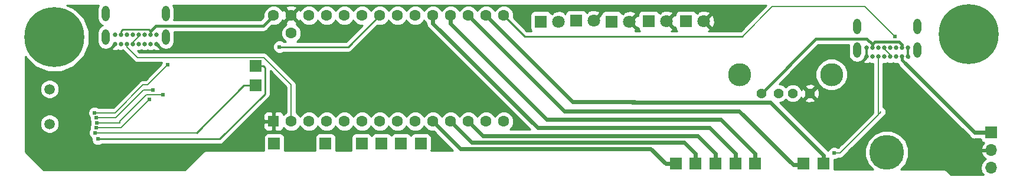
<source format=gbl>
G04 #@! TF.GenerationSoftware,KiCad,Pcbnew,5.0.2+dfsg1-1*
G04 #@! TF.CreationDate,2021-01-13T15:08:11+01:00*
G04 #@! TF.ProjectId,ErgoDOX,4572676f-444f-4582-9e6b-696361645f70,rev?*
G04 #@! TF.SameCoordinates,Original*
G04 #@! TF.FileFunction,Copper,L2,Bot*
G04 #@! TF.FilePolarity,Positive*
%FSLAX46Y46*%
G04 Gerber Fmt 4.6, Leading zero omitted, Abs format (unit mm)*
G04 Created by KiCad (PCBNEW 5.0.2+dfsg1-1) date Wed 13 Jan 2021 03:08:11 PM CET*
%MOMM*%
%LPD*%
G01*
G04 APERTURE LIST*
G04 #@! TA.AperFunction,ComponentPad*
%ADD10R,1.700000X1.700000*%
G04 #@! TD*
G04 #@! TA.AperFunction,ComponentPad*
%ADD11O,1.108000X2.216000*%
G04 #@! TD*
G04 #@! TA.AperFunction,ComponentPad*
%ADD12C,0.650000*%
G04 #@! TD*
G04 #@! TA.AperFunction,ComponentPad*
%ADD13C,1.600000*%
G04 #@! TD*
G04 #@! TA.AperFunction,ComponentPad*
%ADD14R,1.600000X1.600000*%
G04 #@! TD*
G04 #@! TA.AperFunction,ComponentPad*
%ADD15O,1.700000X1.700000*%
G04 #@! TD*
G04 #@! TA.AperFunction,ComponentPad*
%ADD16C,1.500000*%
G04 #@! TD*
G04 #@! TA.AperFunction,ComponentPad*
%ADD17R,1.800000X1.800000*%
G04 #@! TD*
G04 #@! TA.AperFunction,ComponentPad*
%ADD18C,1.800000*%
G04 #@! TD*
G04 #@! TA.AperFunction,ComponentPad*
%ADD19C,8.600000*%
G04 #@! TD*
G04 #@! TA.AperFunction,ComponentPad*
%ADD20C,5.000000*%
G04 #@! TD*
G04 #@! TA.AperFunction,ComponentPad*
%ADD21C,3.316000*%
G04 #@! TD*
G04 #@! TA.AperFunction,ComponentPad*
%ADD22C,1.428000*%
G04 #@! TD*
G04 #@! TA.AperFunction,ViaPad*
%ADD23C,0.609600*%
G04 #@! TD*
G04 #@! TA.AperFunction,Conductor*
%ADD24C,0.600000*%
G04 #@! TD*
G04 #@! TA.AperFunction,Conductor*
%ADD25C,0.609600*%
G04 #@! TD*
G04 #@! TA.AperFunction,Conductor*
%ADD26C,0.304800*%
G04 #@! TD*
G04 #@! TA.AperFunction,Conductor*
%ADD27C,0.406400*%
G04 #@! TD*
G04 #@! TA.AperFunction,Conductor*
%ADD28C,0.254000*%
G04 #@! TD*
G04 #@! TA.AperFunction,Conductor*
%ADD29C,0.203200*%
G04 #@! TD*
G04 #@! TA.AperFunction,Conductor*
%ADD30C,0.152400*%
G04 #@! TD*
G04 APERTURE END LIST*
D10*
G04 #@! TO.P,J7,1*
G04 #@! TO.N,/COL0*
X179019200Y-56642000D03*
G04 #@! TD*
G04 #@! TO.P,J8,1*
G04 #@! TO.N,/COL1*
X176123600Y-56642000D03*
G04 #@! TD*
G04 #@! TO.P,J9,1*
G04 #@! TO.N,/COL2*
X118414800Y-53746400D03*
G04 #@! TD*
G04 #@! TO.P,J19,1*
G04 #@! TO.N,/ROW4*
X157835600Y-56642000D03*
G04 #@! TD*
G04 #@! TO.P,J11,1*
G04 #@! TO.N,/COL4*
X112776000Y-53746400D03*
G04 #@! TD*
G04 #@! TO.P,J12,1*
G04 #@! TO.N,/COL5*
X107594400Y-53746400D03*
G04 #@! TD*
G04 #@! TO.P,J13,1*
G04 #@! TO.N,/COL6*
X100228400Y-53746400D03*
G04 #@! TD*
G04 #@! TO.P,J14,1*
G04 #@! TO.N,/ROW0*
X169214800Y-56642000D03*
G04 #@! TD*
G04 #@! TO.P,J15,1*
G04 #@! TO.N,/ROW1*
X166370000Y-56642000D03*
G04 #@! TD*
G04 #@! TO.P,J16,1*
G04 #@! TO.N,/ROW2*
X163525200Y-56642000D03*
G04 #@! TD*
G04 #@! TO.P,J17,1*
G04 #@! TO.N,/ROW3*
X160680400Y-56642000D03*
G04 #@! TD*
G04 #@! TO.P,J18,1*
G04 #@! TO.N,/ROW5*
X121259600Y-53746400D03*
G04 #@! TD*
G04 #@! TO.P,J10,1*
G04 #@! TO.N,/COL3*
X115620800Y-53746400D03*
G04 #@! TD*
D11*
G04 #@! TO.P,J2,P4*
G04 #@! TO.N,Net-(J2-PadP1)*
X192462800Y-36901400D03*
G04 #@! TO.P,J2,P3*
X183812800Y-36901400D03*
G04 #@! TO.P,J2,P2*
X183812800Y-40281400D03*
G04 #@! TO.P,J2,P1*
X192462800Y-40281400D03*
D12*
G04 #@! TO.P,J2,B12*
G04 #@! TO.N,GND*
X191112800Y-39911400D03*
G04 #@! TO.P,J2,B9*
G04 #@! TO.N,+5V*
X190262800Y-39911400D03*
G04 #@! TO.P,J2,B8*
G04 #@! TO.N,SCK_OUT*
X189412800Y-39911400D03*
G04 #@! TO.P,J2,B7*
G04 #@! TO.N,OUTPUTC_USB_CONN_D-*
X188562800Y-39911400D03*
G04 #@! TO.P,J2,B6*
G04 #@! TO.N,OUTPUTC_USB_CONN_D+*
X187712800Y-39911400D03*
G04 #@! TO.P,J2,B5*
G04 #@! TO.N,Net-(J2-PadB5)*
X186862800Y-39911400D03*
G04 #@! TO.P,J2,B4*
G04 #@! TO.N,+5V*
X186012800Y-39911400D03*
G04 #@! TO.P,J2,B1*
G04 #@! TO.N,GND*
X185162800Y-39911400D03*
G04 #@! TO.P,J2,A12*
X185162800Y-41261400D03*
G04 #@! TO.P,J2,A9*
G04 #@! TO.N,+5V*
X186012800Y-41261400D03*
G04 #@! TO.P,J2,A8*
G04 #@! TO.N,MOSI_OUT*
X186862800Y-41261400D03*
G04 #@! TO.P,J2,A7*
G04 #@! TO.N,OUTPUTC_USB_CONN_D-*
X187712800Y-41261400D03*
G04 #@! TO.P,J2,A6*
G04 #@! TO.N,OUTPUTC_USB_CONN_D+*
X188562800Y-41261400D03*
G04 #@! TO.P,J2,A5*
G04 #@! TO.N,Net-(J2-PadA5)*
X189412800Y-41261400D03*
G04 #@! TO.P,J2,A4*
G04 #@! TO.N,+5V*
X190262800Y-41261400D03*
G04 #@! TO.P,J2,A1*
G04 #@! TO.N,GND*
X191112800Y-41261400D03*
G04 #@! TD*
D13*
G04 #@! TO.P,U5,20*
G04 #@! TO.N,SCK_OUT*
X133159500Y-35306000D03*
G04 #@! TO.P,U5,14*
G04 #@! TO.N,LED_BACKLIGHT_33V*
X133159500Y-50546000D03*
G04 #@! TO.P,U5,21*
G04 #@! TO.N,/COL0*
X130619500Y-35306000D03*
G04 #@! TO.P,U5,22*
G04 #@! TO.N,/COL1*
X128079500Y-35306000D03*
G04 #@! TO.P,U5,23*
G04 #@! TO.N,/ROW0*
X125539500Y-35306000D03*
G04 #@! TO.P,U5,24*
G04 #@! TO.N,/ROW1*
X122999500Y-35306000D03*
G04 #@! TO.P,U5,25*
G04 #@! TO.N,L5*
X120459500Y-35306000D03*
G04 #@! TO.P,U5,26*
G04 #@! TO.N,L4*
X117919500Y-35306000D03*
G04 #@! TO.P,U5,27*
G04 #@! TO.N,SCK_IN*
X115379500Y-35306000D03*
G04 #@! TO.P,U5,28*
G04 #@! TO.N,L3*
X112839500Y-35306000D03*
G04 #@! TO.P,U5,29*
G04 #@! TO.N,L2*
X110299500Y-35306000D03*
G04 #@! TO.P,U5,30*
G04 #@! TO.N,L1*
X107759500Y-35306000D03*
G04 #@! TO.P,U5,31*
G04 #@! TO.N,Net-(U5-Pad31)*
X105219500Y-35306000D03*
G04 #@! TO.P,U5,32*
G04 #@! TO.N,GND*
X102679500Y-35306000D03*
G04 #@! TO.P,U5,33*
G04 #@! TO.N,+5V*
X100139500Y-35306000D03*
G04 #@! TO.P,U5,34*
G04 #@! TO.N,Net-(U5-Pad34)*
X102679500Y-37846000D03*
G04 #@! TO.P,U5,13*
G04 #@! TO.N,MOSI_OUT*
X130619500Y-50546000D03*
G04 #@! TO.P,U5,12*
G04 #@! TO.N,/ROW2*
X128079500Y-50546000D03*
G04 #@! TO.P,U5,11*
G04 #@! TO.N,/ROW3*
X125539500Y-50546000D03*
G04 #@! TO.P,U5,10*
G04 #@! TO.N,/ROW4*
X122999500Y-50546000D03*
G04 #@! TO.P,U5,9*
G04 #@! TO.N,/ROW5*
X120459500Y-50546000D03*
G04 #@! TO.P,U5,8*
G04 #@! TO.N,/COL2*
X117919500Y-50546000D03*
G04 #@! TO.P,U5,7*
G04 #@! TO.N,/COL3*
X115379500Y-50546000D03*
G04 #@! TO.P,U5,6*
G04 #@! TO.N,/COL4*
X112839500Y-50546000D03*
G04 #@! TO.P,U5,5*
G04 #@! TO.N,/COL5*
X110299500Y-50546000D03*
G04 #@! TO.P,U5,4*
G04 #@! TO.N,Net-(U5-Pad4)*
X107759500Y-50546000D03*
G04 #@! TO.P,U5,3*
G04 #@! TO.N,/COL6*
X105219500Y-50546000D03*
G04 #@! TO.P,U5,2*
G04 #@! TO.N,MOSI_IN*
X102679500Y-50546000D03*
D14*
G04 #@! TO.P,U5,1*
G04 #@! TO.N,GND*
X100139500Y-50546000D03*
G04 #@! TD*
D10*
G04 #@! TO.P,J5,1*
G04 #@! TO.N,TEENSY_USB_D-*
X97599500Y-45402500D03*
G04 #@! TD*
G04 #@! TO.P,J6,1*
G04 #@! TO.N,TEENSY_USB_D+*
X97599500Y-42608500D03*
G04 #@! TD*
G04 #@! TO.P,J4,1*
G04 #@! TO.N,+5V*
X203047600Y-52171600D03*
D15*
G04 #@! TO.P,J4,2*
G04 #@! TO.N,GND*
X203047600Y-54711600D03*
G04 #@! TO.P,J4,3*
G04 #@! TO.N,Net-(J4-Pad3)*
X203047600Y-57251600D03*
G04 #@! TD*
D16*
G04 #@! TO.P,12MHZ1,1*
G04 #@! TO.N,Net-(12MHZ1-Pad1)*
X68012928Y-50925038D03*
G04 #@! TO.P,12MHZ1,2*
G04 #@! TO.N,Net-(12MHZ1-Pad2)*
X68012928Y-45925038D03*
G04 #@! TD*
D17*
G04 #@! TO.P,LED4,1*
G04 #@! TO.N,Net-(LED4-Pad1)*
X143510000Y-36068000D03*
D18*
G04 #@! TO.P,LED4,2*
G04 #@! TO.N,GND*
X146050000Y-36068000D03*
G04 #@! TD*
G04 #@! TO.P,LED1,2*
G04 #@! TO.N,GND*
X161861500Y-36131500D03*
D17*
G04 #@! TO.P,LED1,1*
G04 #@! TO.N,Net-(LED1-Pad1)*
X159321500Y-36131500D03*
G04 #@! TD*
G04 #@! TO.P,LED3,1*
G04 #@! TO.N,Net-(LED3-Pad1)*
X148653500Y-36195000D03*
D18*
G04 #@! TO.P,LED3,2*
G04 #@! TO.N,GND*
X151193500Y-36195000D03*
G04 #@! TD*
G04 #@! TO.P,LED5,2*
G04 #@! TO.N,GND*
X141033500Y-36195000D03*
D17*
G04 #@! TO.P,LED5,1*
G04 #@! TO.N,Net-(LED5-Pad1)*
X138493500Y-36195000D03*
G04 #@! TD*
G04 #@! TO.P,LED2,1*
G04 #@! TO.N,Net-(LED2-Pad1)*
X153987500Y-36131500D03*
D18*
G04 #@! TO.P,LED2,2*
G04 #@! TO.N,GND*
X156527500Y-36131500D03*
G04 #@! TD*
D19*
G04 #@! TO.P,H4,1*
G04 #@! TO.N,N/C*
X68732400Y-38455600D03*
G04 #@! TD*
D20*
G04 #@! TO.P,H2,1*
G04 #@! TO.N,N/C*
X188112400Y-55016400D03*
G04 #@! TD*
D19*
G04 #@! TO.P,H1,1*
G04 #@! TO.N,N/C*
X199847200Y-37998400D03*
G04 #@! TD*
D21*
G04 #@! TO.P,J3,S1*
G04 #@! TO.N,N/C*
X167026300Y-43805700D03*
G04 #@! TO.P,J3,S2*
X180166300Y-43805700D03*
D22*
G04 #@! TO.P,J3,3*
G04 #@! TO.N,OUTPUTA_USB_CONN_D+*
X174596300Y-46515700D03*
G04 #@! TO.P,J3,2*
G04 #@! TO.N,OUTPUTA_USB_CONN_D-*
X172596300Y-46515700D03*
G04 #@! TO.P,J3,4*
G04 #@! TO.N,GND*
X177096300Y-46515700D03*
G04 #@! TO.P,J3,1*
G04 #@! TO.N,+5V*
X170096300Y-46515700D03*
G04 #@! TD*
D12*
G04 #@! TO.P,J1,A1*
G04 #@! TO.N,GND*
X83353300Y-39407200D03*
G04 #@! TO.P,J1,A4*
G04 #@! TO.N,+5V*
X82503300Y-39407200D03*
G04 #@! TO.P,J1,A5*
G04 #@! TO.N,Net-(J1-PadA5)*
X81653300Y-39407200D03*
G04 #@! TO.P,J1,A6*
G04 #@! TO.N,INPUT_USB_CONN_D+*
X80803300Y-39407200D03*
G04 #@! TO.P,J1,A7*
G04 #@! TO.N,INPUT_USB_CONN_D-*
X79953300Y-39407200D03*
G04 #@! TO.P,J1,A8*
G04 #@! TO.N,MOSI_IN*
X79103300Y-39407200D03*
G04 #@! TO.P,J1,A9*
G04 #@! TO.N,+5V*
X78253300Y-39407200D03*
G04 #@! TO.P,J1,A12*
G04 #@! TO.N,GND*
X77403300Y-39407200D03*
G04 #@! TO.P,J1,B1*
X77403300Y-38057200D03*
G04 #@! TO.P,J1,B4*
G04 #@! TO.N,+5V*
X78253300Y-38057200D03*
G04 #@! TO.P,J1,B5*
G04 #@! TO.N,Net-(J1-PadB5)*
X79103300Y-38057200D03*
G04 #@! TO.P,J1,B6*
G04 #@! TO.N,INPUT_USB_CONN_D+*
X79953300Y-38057200D03*
G04 #@! TO.P,J1,B7*
G04 #@! TO.N,INPUT_USB_CONN_D-*
X80803300Y-38057200D03*
G04 #@! TO.P,J1,B8*
G04 #@! TO.N,SCK_IN*
X81653300Y-38057200D03*
G04 #@! TO.P,J1,B9*
G04 #@! TO.N,+5V*
X82503300Y-38057200D03*
G04 #@! TO.P,J1,B12*
G04 #@! TO.N,GND*
X83353300Y-38057200D03*
D11*
G04 #@! TO.P,J1,P1*
G04 #@! TO.N,Net-(J1-PadP1)*
X84703300Y-38427200D03*
G04 #@! TO.P,J1,P2*
X76053300Y-38427200D03*
G04 #@! TO.P,J1,P3*
X76053300Y-35047200D03*
G04 #@! TO.P,J1,P4*
X84703300Y-35047200D03*
G04 #@! TD*
D23*
G04 #@! TO.N,GND*
X197713600Y-51409600D03*
X76454000Y-45110400D03*
X190550800Y-50596800D03*
X192532000Y-45974000D03*
X185013600Y-48260000D03*
X124917200Y-39979600D03*
X104190800Y-48361600D03*
X81635600Y-42824400D03*
X75031600Y-54711600D03*
X88239600Y-55880000D03*
G04 #@! TO.N,SCK_IN*
X100990400Y-39827200D03*
G04 #@! TO.N,SCK_OUT*
X189230000Y-38303200D03*
G04 #@! TO.N,MOSI_OUT*
X180543200Y-55118000D03*
G04 #@! TO.N,OUTPUTA_USB_D+*
X74726800Y-50063399D03*
X82854800Y-46075600D03*
G04 #@! TO.N,OUTPUTA_USB_D-*
X74448413Y-49326800D03*
X84988400Y-42418000D03*
G04 #@! TO.N,OUTPUTC_USB_D-*
X74828400Y-50749200D03*
X84277200Y-46736000D03*
G04 #@! TO.N,OUTPUTC_USB_D+*
X74676000Y-51460400D03*
X82296000Y-47396400D03*
G04 #@! TO.N,TEENSY_USB_D-*
X74536300Y-52184300D03*
G04 #@! TO.N,TEENSY_USB_D+*
X74930000Y-53086000D03*
G04 #@! TD*
D24*
G04 #@! TO.N,/COL0*
X130619500Y-35306000D02*
X143065500Y-47752000D01*
X171407701Y-47834501D02*
X151568101Y-47834501D01*
X151568101Y-47834501D02*
X151485600Y-47752000D01*
X179019200Y-56896000D02*
X179019200Y-55446000D01*
X179019200Y-55446000D02*
X171407701Y-47834501D01*
X143065500Y-47752000D02*
X151485600Y-47752000D01*
X151485600Y-47752000D02*
X151952394Y-47752000D01*
G04 #@! TO.N,/COL1*
X128079500Y-35306000D02*
X141846300Y-49072800D01*
X166952000Y-49072800D02*
X149402800Y-49072800D01*
X174673600Y-56794400D02*
X166952000Y-49072800D01*
X176123600Y-56794400D02*
X174673600Y-56794400D01*
X141846300Y-49072800D02*
X149402800Y-49072800D01*
X149402800Y-49072800D02*
X151993600Y-49072800D01*
G04 #@! TO.N,/ROW0*
X125539500Y-36437370D02*
X139343330Y-50241200D01*
X125539500Y-35306000D02*
X125539500Y-36437370D01*
X139343330Y-50241200D02*
X149758400Y-50241200D01*
X149758400Y-50241200D02*
X151546871Y-50241200D01*
X164264000Y-50241200D02*
X162966400Y-50241200D01*
X169214800Y-55192000D02*
X164264000Y-50241200D01*
X169214800Y-56642000D02*
X169214800Y-55192000D01*
X163451200Y-50241200D02*
X162966400Y-50241200D01*
X162966400Y-50241200D02*
X149758400Y-50241200D01*
G04 #@! TO.N,/ROW1*
X138035230Y-51473100D02*
X151485600Y-51473100D01*
X122999500Y-36437370D02*
X138035230Y-51473100D01*
X122999500Y-35306000D02*
X122999500Y-36437370D01*
X166370000Y-55192000D02*
X162651100Y-51473100D01*
X166370000Y-56642000D02*
X166370000Y-55192000D01*
X161533500Y-51473100D02*
X160985200Y-51473100D01*
X162651100Y-51473100D02*
X160985200Y-51473100D01*
X160985200Y-51473100D02*
X151485600Y-51473100D01*
D25*
G04 #@! TO.N,/ROW2*
X128079500Y-50546000D02*
X130187669Y-52654169D01*
X130187669Y-52654169D02*
X150825169Y-52654169D01*
D24*
X159666569Y-52654169D02*
X150825169Y-52654169D01*
X160987369Y-52654169D02*
X159666569Y-52654169D01*
X163525200Y-55192000D02*
X160987369Y-52654169D01*
X163525200Y-56642000D02*
X163525200Y-55192000D01*
D25*
G04 #@! TO.N,/ROW3*
X128562079Y-53568579D02*
X150342579Y-53568579D01*
X125539500Y-50546000D02*
X128562079Y-53568579D01*
D24*
X160680400Y-55192000D02*
X159056979Y-53568579D01*
X160680400Y-56642000D02*
X160680400Y-55192000D01*
X159056979Y-53568579D02*
X157226000Y-53568579D01*
X157583779Y-53568579D02*
X157226000Y-53568579D01*
X157226000Y-53568579D02*
X150342579Y-53568579D01*
D25*
G04 #@! TO.N,/ROW4*
X126936489Y-54482989D02*
X149605989Y-54482989D01*
X122999500Y-50546000D02*
X126936489Y-54482989D01*
D24*
X154226589Y-54482989D02*
X149605989Y-54482989D01*
X156385600Y-56642000D02*
X154226589Y-54482989D01*
X157835600Y-56642000D02*
X156385600Y-56642000D01*
D26*
G04 #@! TO.N,GND*
X191112800Y-41261400D02*
X191112800Y-39911400D01*
X185162800Y-41261400D02*
X185162800Y-39911400D01*
D27*
G04 #@! TO.N,+5V*
X191162622Y-42620841D02*
X191242000Y-42620841D01*
X190262800Y-41261400D02*
X190262800Y-41721019D01*
X186012800Y-39451781D02*
X186012800Y-39911400D01*
X177946610Y-38665390D02*
X185226409Y-38665390D01*
X185226409Y-38665390D02*
X186012800Y-39451781D01*
X170096300Y-46515700D02*
X177946610Y-38665390D01*
X186386182Y-39078399D02*
X189846639Y-39078399D01*
X186012800Y-39451781D02*
X186386182Y-39078399D01*
X190279799Y-39894401D02*
X190262800Y-39911400D01*
X190279799Y-39511559D02*
X190279799Y-39894401D01*
X189846639Y-39078399D02*
X190279799Y-39511559D01*
X99339501Y-36105999D02*
X100139500Y-35306000D01*
X98634310Y-36811190D02*
X99339501Y-36105999D01*
X83289691Y-36811190D02*
X98634310Y-36811190D01*
X82503300Y-37597581D02*
X83289691Y-36811190D01*
D24*
X203047600Y-52171600D02*
X200713381Y-52171600D01*
X200713381Y-52171600D02*
X190754000Y-42212219D01*
D27*
X190262800Y-41721019D02*
X190754000Y-42212219D01*
X190754000Y-42212219D02*
X191162622Y-42620841D01*
D28*
X82503300Y-37597581D02*
X82503300Y-38057200D01*
X82206118Y-37300399D02*
X82503300Y-37597581D01*
X78550482Y-37300399D02*
X82206118Y-37300399D01*
X78253300Y-37597581D02*
X78550482Y-37300399D01*
X78253300Y-38057200D02*
X78253300Y-37597581D01*
D29*
G04 #@! TO.N,INPUT_USB_CONN_D+*
X80803300Y-39407200D02*
X80803300Y-39639674D01*
G04 #@! TO.N,INPUT_USB_CONN_D-*
X80803300Y-38324726D02*
X80803300Y-38057200D01*
X79953300Y-39174726D02*
X80803300Y-38324726D01*
X79953300Y-39407200D02*
X79953300Y-39174726D01*
D30*
G04 #@! TO.N,MOSI_IN*
X102679500Y-45302698D02*
X102679500Y-49414630D01*
X98754301Y-41377499D02*
X102679500Y-45302698D01*
X102679500Y-49414630D02*
X102679500Y-50546000D01*
X80613980Y-41377499D02*
X98754301Y-41377499D01*
X79103300Y-39866819D02*
X80613980Y-41377499D01*
X79103300Y-39407200D02*
X79103300Y-39866819D01*
D28*
G04 #@! TO.N,SCK_IN*
X110858300Y-39827200D02*
X115379500Y-35306000D01*
X100990400Y-39827200D02*
X110858300Y-39827200D01*
G04 #@! TO.N,SCK_OUT*
X133159500Y-35306000D02*
X136156700Y-38303200D01*
X136156700Y-38303200D02*
X167410706Y-38303200D01*
D29*
X171677906Y-34036000D02*
X183845200Y-34036000D01*
X167410706Y-38303200D02*
X171677906Y-34036000D01*
X183845200Y-34036000D02*
X184962800Y-34036000D01*
X184962800Y-34036000D02*
X189230000Y-38303200D01*
X189230000Y-38303200D02*
X189230000Y-38303200D01*
G04 #@! TO.N,OUTPUTC_USB_CONN_D+*
X188562800Y-40993874D02*
X188562800Y-41261400D01*
X187712800Y-40143874D02*
X188562800Y-40993874D01*
X187712800Y-39911400D02*
X187712800Y-40143874D01*
G04 #@! TO.N,MOSI_OUT*
X180543200Y-55118000D02*
X181356000Y-55118000D01*
X181965600Y-54508400D02*
X181864000Y-54610000D01*
X187066000Y-49408000D02*
X187045600Y-49428400D01*
X187269200Y-49204800D02*
X187045600Y-49428400D01*
D30*
X186862800Y-49611200D02*
X181660800Y-54813200D01*
X186862800Y-41261400D02*
X186862800Y-49611200D01*
D29*
X181356000Y-55118000D02*
X181660800Y-54813200D01*
X181660800Y-54813200D02*
X181965600Y-54508400D01*
D30*
G04 #@! TO.N,OUTPUTA_USB_D+*
X77495401Y-50063399D02*
X78536800Y-49022000D01*
X74726800Y-50063399D02*
X77495401Y-50063399D01*
X81483200Y-46075600D02*
X81483200Y-46075600D01*
X78536800Y-49022000D02*
X78384400Y-49174400D01*
X81483200Y-46075600D02*
X78536800Y-49022000D01*
X81483200Y-46075600D02*
X82854800Y-46075600D01*
X82854800Y-46075600D02*
X82854800Y-46075600D01*
G04 #@! TO.N,OUTPUTA_USB_D-*
X81432400Y-45313600D02*
X81432400Y-45313600D01*
X82092800Y-45313600D02*
X84988400Y-42418000D01*
X74448413Y-49326800D02*
X77419200Y-49326800D01*
X81432400Y-45313600D02*
X82092800Y-45313600D01*
X77419200Y-49326800D02*
X81432400Y-45313600D01*
G04 #@! TO.N,OUTPUTC_USB_D-*
X74828400Y-50749200D02*
X78003399Y-50749200D01*
X78003399Y-50749200D02*
X78130400Y-50749200D01*
X78130400Y-50547014D02*
X81941414Y-46736000D01*
X78130400Y-50749200D02*
X78130400Y-50547014D01*
X81941414Y-46736000D02*
X84277200Y-46736000D01*
X84277200Y-46736000D02*
X84277200Y-46736000D01*
G04 #@! TO.N,OUTPUTC_USB_D+*
X78232000Y-51460400D02*
X82296000Y-47396400D01*
X74676000Y-51460400D02*
X78232000Y-51460400D01*
X82296000Y-47396400D02*
X82296000Y-47396400D01*
D29*
G04 #@! TO.N,TEENSY_USB_D-*
X97599500Y-45402500D02*
X96546300Y-45402500D01*
X89104100Y-52184300D02*
X74536300Y-52184300D01*
D28*
X95885900Y-45402500D02*
X97599500Y-45402500D01*
X89104100Y-52184300D02*
X95885900Y-45402500D01*
D29*
G04 #@! TO.N,TEENSY_USB_D+*
X97599500Y-42608500D02*
X98652700Y-42608500D01*
X98652700Y-42608500D02*
X98855901Y-42811701D01*
D28*
X98703500Y-42608500D02*
X97599500Y-42608500D01*
X98881301Y-42786301D02*
X98703500Y-42608500D01*
X98881301Y-46597941D02*
X98881301Y-42786301D01*
X92393242Y-53086000D02*
X98881301Y-46597941D01*
X74930000Y-53086000D02*
X92393242Y-53086000D01*
G04 #@! TD*
G04 #@! TO.N,GND*
G36*
X189221844Y-42221400D02*
X189589050Y-42221400D01*
X189599428Y-42236930D01*
X189658493Y-42325327D01*
X189728477Y-42372089D01*
X189858308Y-42501920D01*
X189873250Y-42577037D01*
X190027741Y-42808249D01*
X199987120Y-52767628D01*
X200039284Y-52845697D01*
X200348562Y-53052350D01*
X200713381Y-53124917D01*
X200805467Y-53106600D01*
X201567067Y-53106600D01*
X201599443Y-53269365D01*
X201739791Y-53479409D01*
X201949835Y-53619757D01*
X202053308Y-53640339D01*
X201775955Y-53944676D01*
X201606124Y-54354710D01*
X201727445Y-54584600D01*
X202920600Y-54584600D01*
X202920600Y-54564600D01*
X203174600Y-54564600D01*
X203174600Y-54584600D01*
X203194600Y-54584600D01*
X203194600Y-54838600D01*
X203174600Y-54838600D01*
X203174600Y-54858600D01*
X202920600Y-54858600D01*
X202920600Y-54838600D01*
X201727445Y-54838600D01*
X201606124Y-55068490D01*
X201775955Y-55478524D01*
X202166242Y-55906783D01*
X202296078Y-55967757D01*
X201976975Y-56180975D01*
X201648761Y-56672182D01*
X201533508Y-57251600D01*
X201648761Y-57831018D01*
X201931990Y-58254900D01*
X197293533Y-58254900D01*
X196830809Y-57792177D01*
X196784752Y-57723248D01*
X196511694Y-57540796D01*
X196270903Y-57492900D01*
X196270901Y-57492900D01*
X196189600Y-57476728D01*
X196108299Y-57492900D01*
X190069459Y-57492900D01*
X190770124Y-56792235D01*
X191247400Y-55639990D01*
X191247400Y-54392810D01*
X190770124Y-53240565D01*
X189888235Y-52358676D01*
X188735990Y-51881400D01*
X187488810Y-51881400D01*
X186336565Y-52358676D01*
X185454676Y-53240565D01*
X184977400Y-54392810D01*
X184977400Y-55639990D01*
X185454676Y-56792235D01*
X186155341Y-57492900D01*
X180516461Y-57492900D01*
X180516640Y-57492000D01*
X180516640Y-56057800D01*
X180730138Y-56057800D01*
X181075554Y-55914724D01*
X181135678Y-55854600D01*
X181283460Y-55854600D01*
X181356000Y-55869029D01*
X181428540Y-55854600D01*
X181428544Y-55854600D01*
X181643407Y-55811861D01*
X181887058Y-55649058D01*
X181928151Y-55587558D01*
X182537751Y-54977958D01*
X182610085Y-54869703D01*
X187316167Y-50163622D01*
X187375546Y-50123946D01*
X187411892Y-50069551D01*
X187515158Y-50000551D01*
X187841351Y-49674358D01*
X187963061Y-49492206D01*
X188020229Y-49204801D01*
X187963061Y-48917394D01*
X187800258Y-48673742D01*
X187574000Y-48522561D01*
X187574000Y-42221400D01*
X187903756Y-42221400D01*
X188137800Y-42124456D01*
X188371844Y-42221400D01*
X188753756Y-42221400D01*
X188987800Y-42124456D01*
X189221844Y-42221400D01*
X189221844Y-42221400D01*
G37*
X189221844Y-42221400D02*
X189589050Y-42221400D01*
X189599428Y-42236930D01*
X189658493Y-42325327D01*
X189728477Y-42372089D01*
X189858308Y-42501920D01*
X189873250Y-42577037D01*
X190027741Y-42808249D01*
X199987120Y-52767628D01*
X200039284Y-52845697D01*
X200348562Y-53052350D01*
X200713381Y-53124917D01*
X200805467Y-53106600D01*
X201567067Y-53106600D01*
X201599443Y-53269365D01*
X201739791Y-53479409D01*
X201949835Y-53619757D01*
X202053308Y-53640339D01*
X201775955Y-53944676D01*
X201606124Y-54354710D01*
X201727445Y-54584600D01*
X202920600Y-54584600D01*
X202920600Y-54564600D01*
X203174600Y-54564600D01*
X203174600Y-54584600D01*
X203194600Y-54584600D01*
X203194600Y-54838600D01*
X203174600Y-54838600D01*
X203174600Y-54858600D01*
X202920600Y-54858600D01*
X202920600Y-54838600D01*
X201727445Y-54838600D01*
X201606124Y-55068490D01*
X201775955Y-55478524D01*
X202166242Y-55906783D01*
X202296078Y-55967757D01*
X201976975Y-56180975D01*
X201648761Y-56672182D01*
X201533508Y-57251600D01*
X201648761Y-57831018D01*
X201931990Y-58254900D01*
X197293533Y-58254900D01*
X196830809Y-57792177D01*
X196784752Y-57723248D01*
X196511694Y-57540796D01*
X196270903Y-57492900D01*
X196270901Y-57492900D01*
X196189600Y-57476728D01*
X196108299Y-57492900D01*
X190069459Y-57492900D01*
X190770124Y-56792235D01*
X191247400Y-55639990D01*
X191247400Y-54392810D01*
X190770124Y-53240565D01*
X189888235Y-52358676D01*
X188735990Y-51881400D01*
X187488810Y-51881400D01*
X186336565Y-52358676D01*
X185454676Y-53240565D01*
X184977400Y-54392810D01*
X184977400Y-55639990D01*
X185454676Y-56792235D01*
X186155341Y-57492900D01*
X180516461Y-57492900D01*
X180516640Y-57492000D01*
X180516640Y-56057800D01*
X180730138Y-56057800D01*
X181075554Y-55914724D01*
X181135678Y-55854600D01*
X181283460Y-55854600D01*
X181356000Y-55869029D01*
X181428540Y-55854600D01*
X181428544Y-55854600D01*
X181643407Y-55811861D01*
X181887058Y-55649058D01*
X181928151Y-55587558D01*
X182537751Y-54977958D01*
X182610085Y-54869703D01*
X187316167Y-50163622D01*
X187375546Y-50123946D01*
X187411892Y-50069551D01*
X187515158Y-50000551D01*
X187841351Y-49674358D01*
X187963061Y-49492206D01*
X188020229Y-49204801D01*
X187963061Y-48917394D01*
X187800258Y-48673742D01*
X187574000Y-48522561D01*
X187574000Y-42221400D01*
X187903756Y-42221400D01*
X188137800Y-42124456D01*
X188371844Y-42221400D01*
X188753756Y-42221400D01*
X188987800Y-42124456D01*
X189221844Y-42221400D01*
G36*
X74933287Y-34029276D02*
X74864300Y-34376098D01*
X74864300Y-35718301D01*
X74933287Y-36065123D01*
X75196079Y-36458421D01*
X75589376Y-36721213D01*
X75669749Y-36737200D01*
X75589377Y-36753187D01*
X75196080Y-37015979D01*
X74933287Y-37409276D01*
X74864300Y-37756098D01*
X74864300Y-39098301D01*
X74933287Y-39445123D01*
X75196079Y-39838421D01*
X75589376Y-40101213D01*
X76053300Y-40193493D01*
X76517223Y-40101213D01*
X76910521Y-39838421D01*
X77148227Y-39482668D01*
X77223695Y-39407200D01*
X77209553Y-39393058D01*
X77293300Y-39309310D01*
X77293300Y-39598156D01*
X77322194Y-39667911D01*
X76920230Y-40069875D01*
X76935579Y-40267027D01*
X77300224Y-40380566D01*
X77680562Y-40345917D01*
X77845762Y-40277489D01*
X78062344Y-40367200D01*
X78444256Y-40367200D01*
X78552370Y-40322418D01*
X78590555Y-40379565D01*
X78649934Y-40419241D01*
X80061558Y-41830866D01*
X80101234Y-41890245D01*
X80160613Y-41929921D01*
X80160615Y-41929923D01*
X80336482Y-42047434D01*
X80336483Y-42047434D01*
X80336484Y-42047435D01*
X80543934Y-42088699D01*
X80543937Y-42088699D01*
X80613979Y-42102631D01*
X80684021Y-42088699D01*
X84107569Y-42088699D01*
X84048600Y-42231062D01*
X84048600Y-42352011D01*
X81798212Y-44602400D01*
X81502442Y-44602400D01*
X81432400Y-44588468D01*
X81362358Y-44602400D01*
X81362354Y-44602400D01*
X81154904Y-44643664D01*
X81154902Y-44643665D01*
X81154903Y-44643665D01*
X80979035Y-44761176D01*
X80979033Y-44761178D01*
X80919654Y-44800854D01*
X80879978Y-44860233D01*
X77124612Y-48615600D01*
X75066291Y-48615600D01*
X74980767Y-48530076D01*
X74635351Y-48387000D01*
X74261475Y-48387000D01*
X73916059Y-48530076D01*
X73651689Y-48794446D01*
X73508613Y-49139862D01*
X73508613Y-49513738D01*
X73651689Y-49859154D01*
X73787000Y-49994465D01*
X73787000Y-50250337D01*
X73902402Y-50528942D01*
X73888600Y-50562262D01*
X73888600Y-50918722D01*
X73879276Y-50928046D01*
X73736200Y-51273462D01*
X73736200Y-51647338D01*
X73738842Y-51653717D01*
X73596500Y-51997362D01*
X73596500Y-52371238D01*
X73739576Y-52716654D01*
X73990200Y-52967278D01*
X73990200Y-53272938D01*
X74133276Y-53618354D01*
X74397646Y-53882724D01*
X74743062Y-54025800D01*
X75116938Y-54025800D01*
X75462354Y-53882724D01*
X75497078Y-53848000D01*
X92318199Y-53848000D01*
X92393242Y-53862927D01*
X92468285Y-53848000D01*
X92468290Y-53848000D01*
X92690559Y-53803788D01*
X92942613Y-53635371D01*
X92985125Y-53571747D01*
X95725122Y-50831750D01*
X98704500Y-50831750D01*
X98704500Y-51472310D01*
X98801173Y-51705699D01*
X98979802Y-51884327D01*
X99213191Y-51981000D01*
X99853750Y-51981000D01*
X100012500Y-51822250D01*
X100012500Y-50673000D01*
X98863250Y-50673000D01*
X98704500Y-50831750D01*
X95725122Y-50831750D01*
X96937182Y-49619690D01*
X98704500Y-49619690D01*
X98704500Y-50260250D01*
X98863250Y-50419000D01*
X100012500Y-50419000D01*
X100012500Y-49269750D01*
X99853750Y-49111000D01*
X99213191Y-49111000D01*
X98979802Y-49207673D01*
X98801173Y-49386301D01*
X98704500Y-49619690D01*
X96937182Y-49619690D01*
X99367051Y-47189822D01*
X99430672Y-47147312D01*
X99599089Y-46895258D01*
X99643301Y-46672989D01*
X99643301Y-46672985D01*
X99658228Y-46597942D01*
X99643301Y-46522899D01*
X99643301Y-43272287D01*
X101968300Y-45597287D01*
X101968301Y-49287356D01*
X101866638Y-49329466D01*
X101574500Y-49621604D01*
X101574500Y-49619690D01*
X101477827Y-49386301D01*
X101299198Y-49207673D01*
X101065809Y-49111000D01*
X100425250Y-49111000D01*
X100266500Y-49269750D01*
X100266500Y-50419000D01*
X100286500Y-50419000D01*
X100286500Y-50673000D01*
X100266500Y-50673000D01*
X100266500Y-51822250D01*
X100425250Y-51981000D01*
X101065809Y-51981000D01*
X101299198Y-51884327D01*
X101477827Y-51705699D01*
X101574500Y-51472310D01*
X101574500Y-51470396D01*
X101866638Y-51762534D01*
X102394061Y-51981000D01*
X102964939Y-51981000D01*
X103492362Y-51762534D01*
X103896034Y-51358862D01*
X103949500Y-51229784D01*
X104002966Y-51358862D01*
X104406638Y-51762534D01*
X104934061Y-51981000D01*
X105504939Y-51981000D01*
X106032362Y-51762534D01*
X106436034Y-51358862D01*
X106489500Y-51229784D01*
X106542966Y-51358862D01*
X106946638Y-51762534D01*
X107474061Y-51981000D01*
X108044939Y-51981000D01*
X108572362Y-51762534D01*
X108976034Y-51358862D01*
X109029500Y-51229784D01*
X109082966Y-51358862D01*
X109486638Y-51762534D01*
X110014061Y-51981000D01*
X110584939Y-51981000D01*
X111112362Y-51762534D01*
X111516034Y-51358862D01*
X111569500Y-51229784D01*
X111622966Y-51358862D01*
X112026638Y-51762534D01*
X112554061Y-51981000D01*
X113124939Y-51981000D01*
X113652362Y-51762534D01*
X114056034Y-51358862D01*
X114109500Y-51229784D01*
X114162966Y-51358862D01*
X114566638Y-51762534D01*
X115094061Y-51981000D01*
X115664939Y-51981000D01*
X116192362Y-51762534D01*
X116596034Y-51358862D01*
X116649500Y-51229784D01*
X116702966Y-51358862D01*
X117106638Y-51762534D01*
X117634061Y-51981000D01*
X118204939Y-51981000D01*
X118732362Y-51762534D01*
X119136034Y-51358862D01*
X119189500Y-51229784D01*
X119242966Y-51358862D01*
X119646638Y-51762534D01*
X120174061Y-51981000D01*
X120744939Y-51981000D01*
X121272362Y-51762534D01*
X121676034Y-51358862D01*
X121729500Y-51229784D01*
X121782966Y-51358862D01*
X122186638Y-51762534D01*
X122714061Y-51981000D01*
X123105423Y-51981000D01*
X125874122Y-54749700D01*
X122726547Y-54749700D01*
X122757040Y-54596400D01*
X122757040Y-52896400D01*
X122707757Y-52648635D01*
X122567409Y-52438591D01*
X122357365Y-52298243D01*
X122109600Y-52248960D01*
X120409600Y-52248960D01*
X120161835Y-52298243D01*
X119951791Y-52438591D01*
X119837200Y-52610087D01*
X119722609Y-52438591D01*
X119512565Y-52298243D01*
X119264800Y-52248960D01*
X117564800Y-52248960D01*
X117317035Y-52298243D01*
X117106991Y-52438591D01*
X117017800Y-52572074D01*
X116928609Y-52438591D01*
X116718565Y-52298243D01*
X116470800Y-52248960D01*
X114770800Y-52248960D01*
X114523035Y-52298243D01*
X114312991Y-52438591D01*
X114198400Y-52610087D01*
X114083809Y-52438591D01*
X113873765Y-52298243D01*
X113626000Y-52248960D01*
X111926000Y-52248960D01*
X111678235Y-52298243D01*
X111468191Y-52438591D01*
X111327843Y-52648635D01*
X111278560Y-52896400D01*
X111278560Y-54596400D01*
X111309053Y-54749700D01*
X109061347Y-54749700D01*
X109091840Y-54596400D01*
X109091840Y-52896400D01*
X109042557Y-52648635D01*
X108902209Y-52438591D01*
X108692165Y-52298243D01*
X108444400Y-52248960D01*
X106744400Y-52248960D01*
X106496635Y-52298243D01*
X106286591Y-52438591D01*
X106146243Y-52648635D01*
X106096960Y-52896400D01*
X106096960Y-54596400D01*
X106127453Y-54749700D01*
X101695347Y-54749700D01*
X101725840Y-54596400D01*
X101725840Y-52896400D01*
X101676557Y-52648635D01*
X101536209Y-52438591D01*
X101326165Y-52298243D01*
X101078400Y-52248960D01*
X99378400Y-52248960D01*
X99130635Y-52298243D01*
X98920591Y-52438591D01*
X98780243Y-52648635D01*
X98730960Y-52896400D01*
X98730960Y-54596400D01*
X98761453Y-54749700D01*
X90657703Y-54749700D01*
X90576400Y-54733528D01*
X90254305Y-54797596D01*
X90176357Y-54849680D01*
X89981248Y-54980048D01*
X89935193Y-55048974D01*
X87389668Y-57594500D01*
X67194733Y-57594500D01*
X64528700Y-54928468D01*
X64528700Y-50649544D01*
X66627928Y-50649544D01*
X66627928Y-51200532D01*
X66838781Y-51709578D01*
X67228388Y-52099185D01*
X67737434Y-52310038D01*
X68288422Y-52310038D01*
X68797468Y-52099185D01*
X69187075Y-51709578D01*
X69397928Y-51200532D01*
X69397928Y-50649544D01*
X69187075Y-50140498D01*
X68797468Y-49750891D01*
X68288422Y-49540038D01*
X67737434Y-49540038D01*
X67228388Y-49750891D01*
X66838781Y-50140498D01*
X66627928Y-50649544D01*
X64528700Y-50649544D01*
X64528700Y-45649544D01*
X66627928Y-45649544D01*
X66627928Y-46200532D01*
X66838781Y-46709578D01*
X67228388Y-47099185D01*
X67737434Y-47310038D01*
X68288422Y-47310038D01*
X68797468Y-47099185D01*
X69187075Y-46709578D01*
X69397928Y-46200532D01*
X69397928Y-45649544D01*
X69187075Y-45140498D01*
X68797468Y-44750891D01*
X68288422Y-44540038D01*
X67737434Y-44540038D01*
X67228388Y-44750891D01*
X66838781Y-45140498D01*
X66627928Y-45649544D01*
X64528700Y-45649544D01*
X64528700Y-41202747D01*
X64548709Y-41251053D01*
X65936947Y-42639291D01*
X67750768Y-43390600D01*
X69714032Y-43390600D01*
X71527853Y-42639291D01*
X72916091Y-41251053D01*
X73667400Y-39437232D01*
X73667400Y-37473968D01*
X72916091Y-35660147D01*
X71527853Y-34271909D01*
X70498410Y-33845500D01*
X75056082Y-33845500D01*
X74933287Y-34029276D01*
X74933287Y-34029276D01*
G37*
X74933287Y-34029276D02*
X74864300Y-34376098D01*
X74864300Y-35718301D01*
X74933287Y-36065123D01*
X75196079Y-36458421D01*
X75589376Y-36721213D01*
X75669749Y-36737200D01*
X75589377Y-36753187D01*
X75196080Y-37015979D01*
X74933287Y-37409276D01*
X74864300Y-37756098D01*
X74864300Y-39098301D01*
X74933287Y-39445123D01*
X75196079Y-39838421D01*
X75589376Y-40101213D01*
X76053300Y-40193493D01*
X76517223Y-40101213D01*
X76910521Y-39838421D01*
X77148227Y-39482668D01*
X77223695Y-39407200D01*
X77209553Y-39393058D01*
X77293300Y-39309310D01*
X77293300Y-39598156D01*
X77322194Y-39667911D01*
X76920230Y-40069875D01*
X76935579Y-40267027D01*
X77300224Y-40380566D01*
X77680562Y-40345917D01*
X77845762Y-40277489D01*
X78062344Y-40367200D01*
X78444256Y-40367200D01*
X78552370Y-40322418D01*
X78590555Y-40379565D01*
X78649934Y-40419241D01*
X80061558Y-41830866D01*
X80101234Y-41890245D01*
X80160613Y-41929921D01*
X80160615Y-41929923D01*
X80336482Y-42047434D01*
X80336483Y-42047434D01*
X80336484Y-42047435D01*
X80543934Y-42088699D01*
X80543937Y-42088699D01*
X80613979Y-42102631D01*
X80684021Y-42088699D01*
X84107569Y-42088699D01*
X84048600Y-42231062D01*
X84048600Y-42352011D01*
X81798212Y-44602400D01*
X81502442Y-44602400D01*
X81432400Y-44588468D01*
X81362358Y-44602400D01*
X81362354Y-44602400D01*
X81154904Y-44643664D01*
X81154902Y-44643665D01*
X81154903Y-44643665D01*
X80979035Y-44761176D01*
X80979033Y-44761178D01*
X80919654Y-44800854D01*
X80879978Y-44860233D01*
X77124612Y-48615600D01*
X75066291Y-48615600D01*
X74980767Y-48530076D01*
X74635351Y-48387000D01*
X74261475Y-48387000D01*
X73916059Y-48530076D01*
X73651689Y-48794446D01*
X73508613Y-49139862D01*
X73508613Y-49513738D01*
X73651689Y-49859154D01*
X73787000Y-49994465D01*
X73787000Y-50250337D01*
X73902402Y-50528942D01*
X73888600Y-50562262D01*
X73888600Y-50918722D01*
X73879276Y-50928046D01*
X73736200Y-51273462D01*
X73736200Y-51647338D01*
X73738842Y-51653717D01*
X73596500Y-51997362D01*
X73596500Y-52371238D01*
X73739576Y-52716654D01*
X73990200Y-52967278D01*
X73990200Y-53272938D01*
X74133276Y-53618354D01*
X74397646Y-53882724D01*
X74743062Y-54025800D01*
X75116938Y-54025800D01*
X75462354Y-53882724D01*
X75497078Y-53848000D01*
X92318199Y-53848000D01*
X92393242Y-53862927D01*
X92468285Y-53848000D01*
X92468290Y-53848000D01*
X92690559Y-53803788D01*
X92942613Y-53635371D01*
X92985125Y-53571747D01*
X95725122Y-50831750D01*
X98704500Y-50831750D01*
X98704500Y-51472310D01*
X98801173Y-51705699D01*
X98979802Y-51884327D01*
X99213191Y-51981000D01*
X99853750Y-51981000D01*
X100012500Y-51822250D01*
X100012500Y-50673000D01*
X98863250Y-50673000D01*
X98704500Y-50831750D01*
X95725122Y-50831750D01*
X96937182Y-49619690D01*
X98704500Y-49619690D01*
X98704500Y-50260250D01*
X98863250Y-50419000D01*
X100012500Y-50419000D01*
X100012500Y-49269750D01*
X99853750Y-49111000D01*
X99213191Y-49111000D01*
X98979802Y-49207673D01*
X98801173Y-49386301D01*
X98704500Y-49619690D01*
X96937182Y-49619690D01*
X99367051Y-47189822D01*
X99430672Y-47147312D01*
X99599089Y-46895258D01*
X99643301Y-46672989D01*
X99643301Y-46672985D01*
X99658228Y-46597942D01*
X99643301Y-46522899D01*
X99643301Y-43272287D01*
X101968300Y-45597287D01*
X101968301Y-49287356D01*
X101866638Y-49329466D01*
X101574500Y-49621604D01*
X101574500Y-49619690D01*
X101477827Y-49386301D01*
X101299198Y-49207673D01*
X101065809Y-49111000D01*
X100425250Y-49111000D01*
X100266500Y-49269750D01*
X100266500Y-50419000D01*
X100286500Y-50419000D01*
X100286500Y-50673000D01*
X100266500Y-50673000D01*
X100266500Y-51822250D01*
X100425250Y-51981000D01*
X101065809Y-51981000D01*
X101299198Y-51884327D01*
X101477827Y-51705699D01*
X101574500Y-51472310D01*
X101574500Y-51470396D01*
X101866638Y-51762534D01*
X102394061Y-51981000D01*
X102964939Y-51981000D01*
X103492362Y-51762534D01*
X103896034Y-51358862D01*
X103949500Y-51229784D01*
X104002966Y-51358862D01*
X104406638Y-51762534D01*
X104934061Y-51981000D01*
X105504939Y-51981000D01*
X106032362Y-51762534D01*
X106436034Y-51358862D01*
X106489500Y-51229784D01*
X106542966Y-51358862D01*
X106946638Y-51762534D01*
X107474061Y-51981000D01*
X108044939Y-51981000D01*
X108572362Y-51762534D01*
X108976034Y-51358862D01*
X109029500Y-51229784D01*
X109082966Y-51358862D01*
X109486638Y-51762534D01*
X110014061Y-51981000D01*
X110584939Y-51981000D01*
X111112362Y-51762534D01*
X111516034Y-51358862D01*
X111569500Y-51229784D01*
X111622966Y-51358862D01*
X112026638Y-51762534D01*
X112554061Y-51981000D01*
X113124939Y-51981000D01*
X113652362Y-51762534D01*
X114056034Y-51358862D01*
X114109500Y-51229784D01*
X114162966Y-51358862D01*
X114566638Y-51762534D01*
X115094061Y-51981000D01*
X115664939Y-51981000D01*
X116192362Y-51762534D01*
X116596034Y-51358862D01*
X116649500Y-51229784D01*
X116702966Y-51358862D01*
X117106638Y-51762534D01*
X117634061Y-51981000D01*
X118204939Y-51981000D01*
X118732362Y-51762534D01*
X119136034Y-51358862D01*
X119189500Y-51229784D01*
X119242966Y-51358862D01*
X119646638Y-51762534D01*
X120174061Y-51981000D01*
X120744939Y-51981000D01*
X121272362Y-51762534D01*
X121676034Y-51358862D01*
X121729500Y-51229784D01*
X121782966Y-51358862D01*
X122186638Y-51762534D01*
X122714061Y-51981000D01*
X123105423Y-51981000D01*
X125874122Y-54749700D01*
X122726547Y-54749700D01*
X122757040Y-54596400D01*
X122757040Y-52896400D01*
X122707757Y-52648635D01*
X122567409Y-52438591D01*
X122357365Y-52298243D01*
X122109600Y-52248960D01*
X120409600Y-52248960D01*
X120161835Y-52298243D01*
X119951791Y-52438591D01*
X119837200Y-52610087D01*
X119722609Y-52438591D01*
X119512565Y-52298243D01*
X119264800Y-52248960D01*
X117564800Y-52248960D01*
X117317035Y-52298243D01*
X117106991Y-52438591D01*
X117017800Y-52572074D01*
X116928609Y-52438591D01*
X116718565Y-52298243D01*
X116470800Y-52248960D01*
X114770800Y-52248960D01*
X114523035Y-52298243D01*
X114312991Y-52438591D01*
X114198400Y-52610087D01*
X114083809Y-52438591D01*
X113873765Y-52298243D01*
X113626000Y-52248960D01*
X111926000Y-52248960D01*
X111678235Y-52298243D01*
X111468191Y-52438591D01*
X111327843Y-52648635D01*
X111278560Y-52896400D01*
X111278560Y-54596400D01*
X111309053Y-54749700D01*
X109061347Y-54749700D01*
X109091840Y-54596400D01*
X109091840Y-52896400D01*
X109042557Y-52648635D01*
X108902209Y-52438591D01*
X108692165Y-52298243D01*
X108444400Y-52248960D01*
X106744400Y-52248960D01*
X106496635Y-52298243D01*
X106286591Y-52438591D01*
X106146243Y-52648635D01*
X106096960Y-52896400D01*
X106096960Y-54596400D01*
X106127453Y-54749700D01*
X101695347Y-54749700D01*
X101725840Y-54596400D01*
X101725840Y-52896400D01*
X101676557Y-52648635D01*
X101536209Y-52438591D01*
X101326165Y-52298243D01*
X101078400Y-52248960D01*
X99378400Y-52248960D01*
X99130635Y-52298243D01*
X98920591Y-52438591D01*
X98780243Y-52648635D01*
X98730960Y-52896400D01*
X98730960Y-54596400D01*
X98761453Y-54749700D01*
X90657703Y-54749700D01*
X90576400Y-54733528D01*
X90254305Y-54797596D01*
X90176357Y-54849680D01*
X89981248Y-54980048D01*
X89935193Y-55048974D01*
X87389668Y-57594500D01*
X67194733Y-57594500D01*
X64528700Y-54928468D01*
X64528700Y-50649544D01*
X66627928Y-50649544D01*
X66627928Y-51200532D01*
X66838781Y-51709578D01*
X67228388Y-52099185D01*
X67737434Y-52310038D01*
X68288422Y-52310038D01*
X68797468Y-52099185D01*
X69187075Y-51709578D01*
X69397928Y-51200532D01*
X69397928Y-50649544D01*
X69187075Y-50140498D01*
X68797468Y-49750891D01*
X68288422Y-49540038D01*
X67737434Y-49540038D01*
X67228388Y-49750891D01*
X66838781Y-50140498D01*
X66627928Y-50649544D01*
X64528700Y-50649544D01*
X64528700Y-45649544D01*
X66627928Y-45649544D01*
X66627928Y-46200532D01*
X66838781Y-46709578D01*
X67228388Y-47099185D01*
X67737434Y-47310038D01*
X68288422Y-47310038D01*
X68797468Y-47099185D01*
X69187075Y-46709578D01*
X69397928Y-46200532D01*
X69397928Y-45649544D01*
X69187075Y-45140498D01*
X68797468Y-44750891D01*
X68288422Y-44540038D01*
X67737434Y-44540038D01*
X67228388Y-44750891D01*
X66838781Y-45140498D01*
X66627928Y-45649544D01*
X64528700Y-45649544D01*
X64528700Y-41202747D01*
X64548709Y-41251053D01*
X65936947Y-42639291D01*
X67750768Y-43390600D01*
X69714032Y-43390600D01*
X71527853Y-42639291D01*
X72916091Y-41251053D01*
X73667400Y-39437232D01*
X73667400Y-37473968D01*
X72916091Y-35660147D01*
X71527853Y-34271909D01*
X70498410Y-33845500D01*
X75056082Y-33845500D01*
X74933287Y-34029276D01*
G36*
X182623800Y-39610298D02*
X182623800Y-40952501D01*
X182692787Y-41299323D01*
X182955579Y-41692621D01*
X183348876Y-41955413D01*
X183812800Y-42047693D01*
X184276723Y-41955413D01*
X184670021Y-41692621D01*
X184907727Y-41336868D01*
X184983195Y-41261400D01*
X184969053Y-41247258D01*
X185052800Y-41163510D01*
X185052800Y-41452356D01*
X185081694Y-41522111D01*
X184679730Y-41924075D01*
X184695079Y-42121227D01*
X185059724Y-42234766D01*
X185440062Y-42200117D01*
X185605262Y-42131689D01*
X185821844Y-42221400D01*
X186151600Y-42221400D01*
X186151601Y-49316610D01*
X181604297Y-53863915D01*
X181496042Y-53936249D01*
X181191242Y-54241049D01*
X181093285Y-54339007D01*
X181075554Y-54321276D01*
X180730138Y-54178200D01*
X180356262Y-54178200D01*
X180010846Y-54321276D01*
X179746476Y-54585646D01*
X179674522Y-54759358D01*
X179615231Y-54719741D01*
X172760189Y-47864700D01*
X172864633Y-47864700D01*
X173360447Y-47659327D01*
X173596300Y-47423474D01*
X173832153Y-47659327D01*
X174327967Y-47864700D01*
X174864633Y-47864700D01*
X175360447Y-47659327D01*
X175558650Y-47461124D01*
X176330481Y-47461124D01*
X176394043Y-47698340D01*
X176900076Y-47877059D01*
X177435983Y-47848523D01*
X177798557Y-47698340D01*
X177862119Y-47461124D01*
X177096300Y-46695305D01*
X176330481Y-47461124D01*
X175558650Y-47461124D01*
X175739927Y-47279847D01*
X175839611Y-47039188D01*
X175913660Y-47217957D01*
X176150876Y-47281519D01*
X176916695Y-46515700D01*
X177275905Y-46515700D01*
X178041724Y-47281519D01*
X178278940Y-47217957D01*
X178457659Y-46711924D01*
X178429123Y-46176017D01*
X178278940Y-45813443D01*
X178041724Y-45749881D01*
X177275905Y-46515700D01*
X176916695Y-46515700D01*
X176150876Y-45749881D01*
X175913660Y-45813443D01*
X175845501Y-46006431D01*
X175739927Y-45751553D01*
X175558650Y-45570276D01*
X176330481Y-45570276D01*
X177096300Y-46336095D01*
X177862119Y-45570276D01*
X177798557Y-45333060D01*
X177292524Y-45154341D01*
X176756617Y-45182877D01*
X176394043Y-45333060D01*
X176330481Y-45570276D01*
X175558650Y-45570276D01*
X175360447Y-45372073D01*
X174864633Y-45166700D01*
X174327967Y-45166700D01*
X173832153Y-45372073D01*
X173596300Y-45607926D01*
X173360447Y-45372073D01*
X172864633Y-45166700D01*
X172630693Y-45166700D01*
X174447799Y-43349594D01*
X177873300Y-43349594D01*
X177873300Y-44261806D01*
X178222388Y-45104580D01*
X178867420Y-45749612D01*
X179710194Y-46098700D01*
X180622406Y-46098700D01*
X181465180Y-45749612D01*
X182110212Y-45104580D01*
X182459300Y-44261806D01*
X182459300Y-43349594D01*
X182110212Y-42506820D01*
X181465180Y-41861788D01*
X180622406Y-41512700D01*
X179710194Y-41512700D01*
X178867420Y-41861788D01*
X178222388Y-42506820D01*
X177873300Y-43349594D01*
X174447799Y-43349594D01*
X178293804Y-39503590D01*
X182645025Y-39503590D01*
X182623800Y-39610298D01*
X182623800Y-39610298D01*
G37*
X182623800Y-39610298D02*
X182623800Y-40952501D01*
X182692787Y-41299323D01*
X182955579Y-41692621D01*
X183348876Y-41955413D01*
X183812800Y-42047693D01*
X184276723Y-41955413D01*
X184670021Y-41692621D01*
X184907727Y-41336868D01*
X184983195Y-41261400D01*
X184969053Y-41247258D01*
X185052800Y-41163510D01*
X185052800Y-41452356D01*
X185081694Y-41522111D01*
X184679730Y-41924075D01*
X184695079Y-42121227D01*
X185059724Y-42234766D01*
X185440062Y-42200117D01*
X185605262Y-42131689D01*
X185821844Y-42221400D01*
X186151600Y-42221400D01*
X186151601Y-49316610D01*
X181604297Y-53863915D01*
X181496042Y-53936249D01*
X181191242Y-54241049D01*
X181093285Y-54339007D01*
X181075554Y-54321276D01*
X180730138Y-54178200D01*
X180356262Y-54178200D01*
X180010846Y-54321276D01*
X179746476Y-54585646D01*
X179674522Y-54759358D01*
X179615231Y-54719741D01*
X172760189Y-47864700D01*
X172864633Y-47864700D01*
X173360447Y-47659327D01*
X173596300Y-47423474D01*
X173832153Y-47659327D01*
X174327967Y-47864700D01*
X174864633Y-47864700D01*
X175360447Y-47659327D01*
X175558650Y-47461124D01*
X176330481Y-47461124D01*
X176394043Y-47698340D01*
X176900076Y-47877059D01*
X177435983Y-47848523D01*
X177798557Y-47698340D01*
X177862119Y-47461124D01*
X177096300Y-46695305D01*
X176330481Y-47461124D01*
X175558650Y-47461124D01*
X175739927Y-47279847D01*
X175839611Y-47039188D01*
X175913660Y-47217957D01*
X176150876Y-47281519D01*
X176916695Y-46515700D01*
X177275905Y-46515700D01*
X178041724Y-47281519D01*
X178278940Y-47217957D01*
X178457659Y-46711924D01*
X178429123Y-46176017D01*
X178278940Y-45813443D01*
X178041724Y-45749881D01*
X177275905Y-46515700D01*
X176916695Y-46515700D01*
X176150876Y-45749881D01*
X175913660Y-45813443D01*
X175845501Y-46006431D01*
X175739927Y-45751553D01*
X175558650Y-45570276D01*
X176330481Y-45570276D01*
X177096300Y-46336095D01*
X177862119Y-45570276D01*
X177798557Y-45333060D01*
X177292524Y-45154341D01*
X176756617Y-45182877D01*
X176394043Y-45333060D01*
X176330481Y-45570276D01*
X175558650Y-45570276D01*
X175360447Y-45372073D01*
X174864633Y-45166700D01*
X174327967Y-45166700D01*
X173832153Y-45372073D01*
X173596300Y-45607926D01*
X173360447Y-45372073D01*
X172864633Y-45166700D01*
X172630693Y-45166700D01*
X174447799Y-43349594D01*
X177873300Y-43349594D01*
X177873300Y-44261806D01*
X178222388Y-45104580D01*
X178867420Y-45749612D01*
X179710194Y-46098700D01*
X180622406Y-46098700D01*
X181465180Y-45749612D01*
X182110212Y-45104580D01*
X182459300Y-44261806D01*
X182459300Y-43349594D01*
X182110212Y-42506820D01*
X181465180Y-41861788D01*
X180622406Y-41512700D01*
X179710194Y-41512700D01*
X178867420Y-41861788D01*
X178222388Y-42506820D01*
X177873300Y-43349594D01*
X174447799Y-43349594D01*
X178293804Y-39503590D01*
X182645025Y-39503590D01*
X182623800Y-39610298D01*
G36*
X167130997Y-37541200D02*
X162499273Y-37541200D01*
X162675648Y-37468143D01*
X162762054Y-37211659D01*
X161861500Y-36311105D01*
X161847358Y-36325248D01*
X161667753Y-36145643D01*
X161681895Y-36131500D01*
X162041105Y-36131500D01*
X162941659Y-37032054D01*
X163198143Y-36945648D01*
X163407958Y-36372164D01*
X163382339Y-35762040D01*
X163198143Y-35317352D01*
X162941659Y-35230946D01*
X162041105Y-36131500D01*
X161681895Y-36131500D01*
X161667753Y-36117358D01*
X161847358Y-35937753D01*
X161861500Y-35951895D01*
X162762054Y-35051341D01*
X162675648Y-34794857D01*
X162102164Y-34585042D01*
X161492040Y-34610661D01*
X161047352Y-34794857D01*
X160960947Y-35051339D01*
X160846390Y-34936782D01*
X160811558Y-34971614D01*
X160679309Y-34773691D01*
X160469265Y-34633343D01*
X160221500Y-34584060D01*
X158421500Y-34584060D01*
X158173735Y-34633343D01*
X157963691Y-34773691D01*
X157823343Y-34983735D01*
X157774060Y-35231500D01*
X157774060Y-35287004D01*
X157607659Y-35230946D01*
X156707105Y-36131500D01*
X157607659Y-37032054D01*
X157774060Y-36975996D01*
X157774060Y-37031500D01*
X157823343Y-37279265D01*
X157963691Y-37489309D01*
X158041351Y-37541200D01*
X157165273Y-37541200D01*
X157341648Y-37468143D01*
X157428054Y-37211659D01*
X156527500Y-36311105D01*
X156513358Y-36325248D01*
X156333753Y-36145643D01*
X156347895Y-36131500D01*
X156333753Y-36117358D01*
X156513358Y-35937753D01*
X156527500Y-35951895D01*
X157428054Y-35051341D01*
X157341648Y-34794857D01*
X156768164Y-34585042D01*
X156158040Y-34610661D01*
X155713352Y-34794857D01*
X155626947Y-35051339D01*
X155512390Y-34936782D01*
X155477558Y-34971614D01*
X155345309Y-34773691D01*
X155135265Y-34633343D01*
X154887500Y-34584060D01*
X153087500Y-34584060D01*
X152839735Y-34633343D01*
X152629691Y-34773691D01*
X152489343Y-34983735D01*
X152440060Y-35231500D01*
X152440060Y-35350504D01*
X152273659Y-35294446D01*
X151373105Y-36195000D01*
X152273659Y-37095554D01*
X152441551Y-37038994D01*
X152489343Y-37279265D01*
X152629691Y-37489309D01*
X152707351Y-37541200D01*
X151984575Y-37541200D01*
X152007648Y-37531643D01*
X152094054Y-37275159D01*
X151193500Y-36374605D01*
X151179358Y-36388748D01*
X150999753Y-36209143D01*
X151013895Y-36195000D01*
X150999753Y-36180858D01*
X151179358Y-36001253D01*
X151193500Y-36015395D01*
X152094054Y-35114841D01*
X152007648Y-34858357D01*
X151434164Y-34648542D01*
X150824040Y-34674161D01*
X150379352Y-34858357D01*
X150292947Y-35114839D01*
X150178390Y-35000282D01*
X150143558Y-35035114D01*
X150011309Y-34837191D01*
X149801265Y-34696843D01*
X149553500Y-34647560D01*
X147753500Y-34647560D01*
X147505735Y-34696843D01*
X147295691Y-34837191D01*
X147155343Y-35047235D01*
X147131352Y-35167848D01*
X147130159Y-35167446D01*
X146229605Y-36068000D01*
X146243748Y-36082143D01*
X146064143Y-36261748D01*
X146050000Y-36247605D01*
X146035858Y-36261748D01*
X145856253Y-36082143D01*
X145870395Y-36068000D01*
X145856253Y-36053858D01*
X146035858Y-35874253D01*
X146050000Y-35888395D01*
X146950554Y-34987841D01*
X146864148Y-34731357D01*
X146290664Y-34521542D01*
X145680540Y-34547161D01*
X145235852Y-34731357D01*
X145149447Y-34987839D01*
X145034890Y-34873282D01*
X145000058Y-34908114D01*
X144867809Y-34710191D01*
X144657765Y-34569843D01*
X144410000Y-34520560D01*
X142610000Y-34520560D01*
X142362235Y-34569843D01*
X142152191Y-34710191D01*
X142011843Y-34920235D01*
X141982838Y-35066054D01*
X141934053Y-35114839D01*
X141847648Y-34858357D01*
X141274164Y-34648542D01*
X140664040Y-34674161D01*
X140219352Y-34858357D01*
X140132947Y-35114839D01*
X140018390Y-35000282D01*
X139983558Y-35035114D01*
X139851309Y-34837191D01*
X139641265Y-34696843D01*
X139393500Y-34647560D01*
X137593500Y-34647560D01*
X137345735Y-34696843D01*
X137135691Y-34837191D01*
X136995343Y-35047235D01*
X136946060Y-35295000D01*
X136946060Y-37095000D01*
X136995343Y-37342765D01*
X137127934Y-37541200D01*
X136472331Y-37541200D01*
X134573432Y-35642302D01*
X134594500Y-35591439D01*
X134594500Y-35020561D01*
X134376034Y-34493138D01*
X133972362Y-34089466D01*
X133444939Y-33871000D01*
X132874061Y-33871000D01*
X132346638Y-34089466D01*
X131942966Y-34493138D01*
X131889500Y-34622216D01*
X131836034Y-34493138D01*
X131432362Y-34089466D01*
X130904939Y-33871000D01*
X130334061Y-33871000D01*
X129806638Y-34089466D01*
X129402966Y-34493138D01*
X129349500Y-34622216D01*
X129296034Y-34493138D01*
X128892362Y-34089466D01*
X128364939Y-33871000D01*
X127794061Y-33871000D01*
X127266638Y-34089466D01*
X126862966Y-34493138D01*
X126809500Y-34622216D01*
X126756034Y-34493138D01*
X126352362Y-34089466D01*
X125824939Y-33871000D01*
X125254061Y-33871000D01*
X124726638Y-34089466D01*
X124322966Y-34493138D01*
X124269500Y-34622216D01*
X124216034Y-34493138D01*
X123812362Y-34089466D01*
X123284939Y-33871000D01*
X122714061Y-33871000D01*
X122186638Y-34089466D01*
X121782966Y-34493138D01*
X121729500Y-34622216D01*
X121676034Y-34493138D01*
X121272362Y-34089466D01*
X120744939Y-33871000D01*
X120174061Y-33871000D01*
X119646638Y-34089466D01*
X119242966Y-34493138D01*
X119189500Y-34622216D01*
X119136034Y-34493138D01*
X118732362Y-34089466D01*
X118204939Y-33871000D01*
X117634061Y-33871000D01*
X117106638Y-34089466D01*
X116702966Y-34493138D01*
X116649500Y-34622216D01*
X116596034Y-34493138D01*
X116192362Y-34089466D01*
X115664939Y-33871000D01*
X115094061Y-33871000D01*
X114566638Y-34089466D01*
X114162966Y-34493138D01*
X114109500Y-34622216D01*
X114056034Y-34493138D01*
X113652362Y-34089466D01*
X113124939Y-33871000D01*
X112554061Y-33871000D01*
X112026638Y-34089466D01*
X111622966Y-34493138D01*
X111569500Y-34622216D01*
X111516034Y-34493138D01*
X111112362Y-34089466D01*
X110584939Y-33871000D01*
X110014061Y-33871000D01*
X109486638Y-34089466D01*
X109082966Y-34493138D01*
X109029500Y-34622216D01*
X108976034Y-34493138D01*
X108572362Y-34089466D01*
X108044939Y-33871000D01*
X107474061Y-33871000D01*
X106946638Y-34089466D01*
X106542966Y-34493138D01*
X106489500Y-34622216D01*
X106436034Y-34493138D01*
X106032362Y-34089466D01*
X105504939Y-33871000D01*
X104934061Y-33871000D01*
X104406638Y-34089466D01*
X104002966Y-34493138D01*
X103955975Y-34606583D01*
X103933364Y-34551995D01*
X103687245Y-34477861D01*
X102859105Y-35306000D01*
X103687245Y-36134139D01*
X103933364Y-36060005D01*
X103954374Y-36001552D01*
X104002966Y-36118862D01*
X104406638Y-36522534D01*
X104934061Y-36741000D01*
X105504939Y-36741000D01*
X106032362Y-36522534D01*
X106436034Y-36118862D01*
X106489500Y-35989784D01*
X106542966Y-36118862D01*
X106946638Y-36522534D01*
X107474061Y-36741000D01*
X108044939Y-36741000D01*
X108572362Y-36522534D01*
X108976034Y-36118862D01*
X109029500Y-35989784D01*
X109082966Y-36118862D01*
X109486638Y-36522534D01*
X110014061Y-36741000D01*
X110584939Y-36741000D01*
X111112362Y-36522534D01*
X111516034Y-36118862D01*
X111569500Y-35989784D01*
X111622966Y-36118862D01*
X112026638Y-36522534D01*
X112554061Y-36741000D01*
X112866869Y-36741000D01*
X110542670Y-39065200D01*
X103485926Y-39065200D01*
X103492362Y-39062534D01*
X103896034Y-38658862D01*
X104114500Y-38131439D01*
X104114500Y-37560561D01*
X103896034Y-37033138D01*
X103492362Y-36629466D01*
X103378917Y-36582475D01*
X103433505Y-36559864D01*
X103507639Y-36313745D01*
X102679500Y-35485605D01*
X101851361Y-36313745D01*
X101925495Y-36559864D01*
X101983948Y-36580874D01*
X101866638Y-36629466D01*
X101462966Y-37033138D01*
X101244500Y-37560561D01*
X101244500Y-38131439D01*
X101462966Y-38658862D01*
X101866638Y-39062534D01*
X101873074Y-39065200D01*
X101557478Y-39065200D01*
X101522754Y-39030476D01*
X101177338Y-38887400D01*
X100803462Y-38887400D01*
X100458046Y-39030476D01*
X100193676Y-39294846D01*
X100050600Y-39640262D01*
X100050600Y-40014138D01*
X100193676Y-40359554D01*
X100458046Y-40623924D01*
X100803462Y-40767000D01*
X101177338Y-40767000D01*
X101522754Y-40623924D01*
X101557478Y-40589200D01*
X110783257Y-40589200D01*
X110858300Y-40604127D01*
X110933343Y-40589200D01*
X110933348Y-40589200D01*
X111155617Y-40544988D01*
X111407671Y-40376571D01*
X111450183Y-40312947D01*
X115043199Y-36719932D01*
X115094061Y-36741000D01*
X115664939Y-36741000D01*
X116192362Y-36522534D01*
X116596034Y-36118862D01*
X116649500Y-35989784D01*
X116702966Y-36118862D01*
X117106638Y-36522534D01*
X117634061Y-36741000D01*
X118204939Y-36741000D01*
X118732362Y-36522534D01*
X119136034Y-36118862D01*
X119189500Y-35989784D01*
X119242966Y-36118862D01*
X119646638Y-36522534D01*
X120174061Y-36741000D01*
X120744939Y-36741000D01*
X121272362Y-36522534D01*
X121676034Y-36118862D01*
X121729500Y-35989784D01*
X121782966Y-36118862D01*
X122055356Y-36391252D01*
X122046183Y-36437370D01*
X122118750Y-36802188D01*
X122272342Y-37032054D01*
X122325404Y-37111467D01*
X122403470Y-37163629D01*
X136954209Y-51714369D01*
X134020527Y-51714369D01*
X134376034Y-51358862D01*
X134594500Y-50831439D01*
X134594500Y-50260561D01*
X134376034Y-49733138D01*
X133972362Y-49329466D01*
X133444939Y-49111000D01*
X132874061Y-49111000D01*
X132346638Y-49329466D01*
X131942966Y-49733138D01*
X131889500Y-49862216D01*
X131836034Y-49733138D01*
X131432362Y-49329466D01*
X130904939Y-49111000D01*
X130334061Y-49111000D01*
X129806638Y-49329466D01*
X129402966Y-49733138D01*
X129349500Y-49862216D01*
X129296034Y-49733138D01*
X128892362Y-49329466D01*
X128364939Y-49111000D01*
X127794061Y-49111000D01*
X127266638Y-49329466D01*
X126862966Y-49733138D01*
X126809500Y-49862216D01*
X126756034Y-49733138D01*
X126352362Y-49329466D01*
X125824939Y-49111000D01*
X125254061Y-49111000D01*
X124726638Y-49329466D01*
X124322966Y-49733138D01*
X124269500Y-49862216D01*
X124216034Y-49733138D01*
X123812362Y-49329466D01*
X123284939Y-49111000D01*
X122714061Y-49111000D01*
X122186638Y-49329466D01*
X121782966Y-49733138D01*
X121729500Y-49862216D01*
X121676034Y-49733138D01*
X121272362Y-49329466D01*
X120744939Y-49111000D01*
X120174061Y-49111000D01*
X119646638Y-49329466D01*
X119242966Y-49733138D01*
X119189500Y-49862216D01*
X119136034Y-49733138D01*
X118732362Y-49329466D01*
X118204939Y-49111000D01*
X117634061Y-49111000D01*
X117106638Y-49329466D01*
X116702966Y-49733138D01*
X116649500Y-49862216D01*
X116596034Y-49733138D01*
X116192362Y-49329466D01*
X115664939Y-49111000D01*
X115094061Y-49111000D01*
X114566638Y-49329466D01*
X114162966Y-49733138D01*
X114109500Y-49862216D01*
X114056034Y-49733138D01*
X113652362Y-49329466D01*
X113124939Y-49111000D01*
X112554061Y-49111000D01*
X112026638Y-49329466D01*
X111622966Y-49733138D01*
X111569500Y-49862216D01*
X111516034Y-49733138D01*
X111112362Y-49329466D01*
X110584939Y-49111000D01*
X110014061Y-49111000D01*
X109486638Y-49329466D01*
X109082966Y-49733138D01*
X109029500Y-49862216D01*
X108976034Y-49733138D01*
X108572362Y-49329466D01*
X108044939Y-49111000D01*
X107474061Y-49111000D01*
X106946638Y-49329466D01*
X106542966Y-49733138D01*
X106489500Y-49862216D01*
X106436034Y-49733138D01*
X106032362Y-49329466D01*
X105504939Y-49111000D01*
X104934061Y-49111000D01*
X104406638Y-49329466D01*
X104002966Y-49733138D01*
X103949500Y-49862216D01*
X103896034Y-49733138D01*
X103492362Y-49329466D01*
X103390700Y-49287356D01*
X103390700Y-45372740D01*
X103404632Y-45302698D01*
X103390700Y-45232656D01*
X103390700Y-45232652D01*
X103349436Y-45025202D01*
X103326732Y-44991224D01*
X103231924Y-44849333D01*
X103231920Y-44849329D01*
X103192245Y-44789952D01*
X103132869Y-44750278D01*
X99306724Y-40924134D01*
X99267047Y-40864753D01*
X99031797Y-40707563D01*
X98824347Y-40666299D01*
X98824342Y-40666299D01*
X98754301Y-40652367D01*
X98684260Y-40666299D01*
X80908569Y-40666299D01*
X80607437Y-40365168D01*
X80612344Y-40367200D01*
X80685138Y-40367200D01*
X80803300Y-40390704D01*
X80921462Y-40367200D01*
X80994256Y-40367200D01*
X81061510Y-40339343D01*
X81090707Y-40333535D01*
X81115459Y-40316996D01*
X81228300Y-40270256D01*
X81462344Y-40367200D01*
X81844256Y-40367200D01*
X82078300Y-40270256D01*
X82312344Y-40367200D01*
X82694256Y-40367200D01*
X82914418Y-40276006D01*
X83250224Y-40380566D01*
X83630562Y-40345917D01*
X83821021Y-40267027D01*
X83836370Y-40069875D01*
X83434406Y-39667911D01*
X83463300Y-39598156D01*
X83463300Y-39309310D01*
X83547048Y-39393058D01*
X83532905Y-39407200D01*
X83608375Y-39482670D01*
X83846079Y-39838421D01*
X84239376Y-40101213D01*
X84703300Y-40193493D01*
X85167223Y-40101213D01*
X85560521Y-39838421D01*
X85823313Y-39445124D01*
X85892300Y-39098302D01*
X85892300Y-37756098D01*
X85871075Y-37649390D01*
X98551761Y-37649390D01*
X98634310Y-37665810D01*
X98716859Y-37649390D01*
X98716864Y-37649390D01*
X98961359Y-37600757D01*
X99238618Y-37415498D01*
X99285382Y-37345512D01*
X99889894Y-36741000D01*
X100424939Y-36741000D01*
X100952362Y-36522534D01*
X101356034Y-36118862D01*
X101403025Y-36005417D01*
X101425636Y-36060005D01*
X101671755Y-36134139D01*
X102499895Y-35306000D01*
X101671755Y-34477861D01*
X101425636Y-34551995D01*
X101404626Y-34610448D01*
X101356034Y-34493138D01*
X101161151Y-34298255D01*
X101851361Y-34298255D01*
X102679500Y-35126395D01*
X103507639Y-34298255D01*
X103433505Y-34052136D01*
X102896277Y-33859035D01*
X102326046Y-33886222D01*
X101925495Y-34052136D01*
X101851361Y-34298255D01*
X101161151Y-34298255D01*
X100952362Y-34089466D01*
X100424939Y-33871000D01*
X99854061Y-33871000D01*
X99326638Y-34089466D01*
X98922966Y-34493138D01*
X98704500Y-35020561D01*
X98704500Y-35555606D01*
X98287117Y-35972990D01*
X85841640Y-35972990D01*
X85892300Y-35718302D01*
X85892300Y-34376098D01*
X85823313Y-34029276D01*
X85700518Y-33845500D01*
X170826696Y-33845500D01*
X167130997Y-37541200D01*
X167130997Y-37541200D01*
G37*
X167130997Y-37541200D02*
X162499273Y-37541200D01*
X162675648Y-37468143D01*
X162762054Y-37211659D01*
X161861500Y-36311105D01*
X161847358Y-36325248D01*
X161667753Y-36145643D01*
X161681895Y-36131500D01*
X162041105Y-36131500D01*
X162941659Y-37032054D01*
X163198143Y-36945648D01*
X163407958Y-36372164D01*
X163382339Y-35762040D01*
X163198143Y-35317352D01*
X162941659Y-35230946D01*
X162041105Y-36131500D01*
X161681895Y-36131500D01*
X161667753Y-36117358D01*
X161847358Y-35937753D01*
X161861500Y-35951895D01*
X162762054Y-35051341D01*
X162675648Y-34794857D01*
X162102164Y-34585042D01*
X161492040Y-34610661D01*
X161047352Y-34794857D01*
X160960947Y-35051339D01*
X160846390Y-34936782D01*
X160811558Y-34971614D01*
X160679309Y-34773691D01*
X160469265Y-34633343D01*
X160221500Y-34584060D01*
X158421500Y-34584060D01*
X158173735Y-34633343D01*
X157963691Y-34773691D01*
X157823343Y-34983735D01*
X157774060Y-35231500D01*
X157774060Y-35287004D01*
X157607659Y-35230946D01*
X156707105Y-36131500D01*
X157607659Y-37032054D01*
X157774060Y-36975996D01*
X157774060Y-37031500D01*
X157823343Y-37279265D01*
X157963691Y-37489309D01*
X158041351Y-37541200D01*
X157165273Y-37541200D01*
X157341648Y-37468143D01*
X157428054Y-37211659D01*
X156527500Y-36311105D01*
X156513358Y-36325248D01*
X156333753Y-36145643D01*
X156347895Y-36131500D01*
X156333753Y-36117358D01*
X156513358Y-35937753D01*
X156527500Y-35951895D01*
X157428054Y-35051341D01*
X157341648Y-34794857D01*
X156768164Y-34585042D01*
X156158040Y-34610661D01*
X155713352Y-34794857D01*
X155626947Y-35051339D01*
X155512390Y-34936782D01*
X155477558Y-34971614D01*
X155345309Y-34773691D01*
X155135265Y-34633343D01*
X154887500Y-34584060D01*
X153087500Y-34584060D01*
X152839735Y-34633343D01*
X152629691Y-34773691D01*
X152489343Y-34983735D01*
X152440060Y-35231500D01*
X152440060Y-35350504D01*
X152273659Y-35294446D01*
X151373105Y-36195000D01*
X152273659Y-37095554D01*
X152441551Y-37038994D01*
X152489343Y-37279265D01*
X152629691Y-37489309D01*
X152707351Y-37541200D01*
X151984575Y-37541200D01*
X152007648Y-37531643D01*
X152094054Y-37275159D01*
X151193500Y-36374605D01*
X151179358Y-36388748D01*
X150999753Y-36209143D01*
X151013895Y-36195000D01*
X150999753Y-36180858D01*
X151179358Y-36001253D01*
X151193500Y-36015395D01*
X152094054Y-35114841D01*
X152007648Y-34858357D01*
X151434164Y-34648542D01*
X150824040Y-34674161D01*
X150379352Y-34858357D01*
X150292947Y-35114839D01*
X150178390Y-35000282D01*
X150143558Y-35035114D01*
X150011309Y-34837191D01*
X149801265Y-34696843D01*
X149553500Y-34647560D01*
X147753500Y-34647560D01*
X147505735Y-34696843D01*
X147295691Y-34837191D01*
X147155343Y-35047235D01*
X147131352Y-35167848D01*
X147130159Y-35167446D01*
X146229605Y-36068000D01*
X146243748Y-36082143D01*
X146064143Y-36261748D01*
X146050000Y-36247605D01*
X146035858Y-36261748D01*
X145856253Y-36082143D01*
X145870395Y-36068000D01*
X145856253Y-36053858D01*
X146035858Y-35874253D01*
X146050000Y-35888395D01*
X146950554Y-34987841D01*
X146864148Y-34731357D01*
X146290664Y-34521542D01*
X145680540Y-34547161D01*
X145235852Y-34731357D01*
X145149447Y-34987839D01*
X145034890Y-34873282D01*
X145000058Y-34908114D01*
X144867809Y-34710191D01*
X144657765Y-34569843D01*
X144410000Y-34520560D01*
X142610000Y-34520560D01*
X142362235Y-34569843D01*
X142152191Y-34710191D01*
X142011843Y-34920235D01*
X141982838Y-35066054D01*
X141934053Y-35114839D01*
X141847648Y-34858357D01*
X141274164Y-34648542D01*
X140664040Y-34674161D01*
X140219352Y-34858357D01*
X140132947Y-35114839D01*
X140018390Y-35000282D01*
X139983558Y-35035114D01*
X139851309Y-34837191D01*
X139641265Y-34696843D01*
X139393500Y-34647560D01*
X137593500Y-34647560D01*
X137345735Y-34696843D01*
X137135691Y-34837191D01*
X136995343Y-35047235D01*
X136946060Y-35295000D01*
X136946060Y-37095000D01*
X136995343Y-37342765D01*
X137127934Y-37541200D01*
X136472331Y-37541200D01*
X134573432Y-35642302D01*
X134594500Y-35591439D01*
X134594500Y-35020561D01*
X134376034Y-34493138D01*
X133972362Y-34089466D01*
X133444939Y-33871000D01*
X132874061Y-33871000D01*
X132346638Y-34089466D01*
X131942966Y-34493138D01*
X131889500Y-34622216D01*
X131836034Y-34493138D01*
X131432362Y-34089466D01*
X130904939Y-33871000D01*
X130334061Y-33871000D01*
X129806638Y-34089466D01*
X129402966Y-34493138D01*
X129349500Y-34622216D01*
X129296034Y-34493138D01*
X128892362Y-34089466D01*
X128364939Y-33871000D01*
X127794061Y-33871000D01*
X127266638Y-34089466D01*
X126862966Y-34493138D01*
X126809500Y-34622216D01*
X126756034Y-34493138D01*
X126352362Y-34089466D01*
X125824939Y-33871000D01*
X125254061Y-33871000D01*
X124726638Y-34089466D01*
X124322966Y-34493138D01*
X124269500Y-34622216D01*
X124216034Y-34493138D01*
X123812362Y-34089466D01*
X123284939Y-33871000D01*
X122714061Y-33871000D01*
X122186638Y-34089466D01*
X121782966Y-34493138D01*
X121729500Y-34622216D01*
X121676034Y-34493138D01*
X121272362Y-34089466D01*
X120744939Y-33871000D01*
X120174061Y-33871000D01*
X119646638Y-34089466D01*
X119242966Y-34493138D01*
X119189500Y-34622216D01*
X119136034Y-34493138D01*
X118732362Y-34089466D01*
X118204939Y-33871000D01*
X117634061Y-33871000D01*
X117106638Y-34089466D01*
X116702966Y-34493138D01*
X116649500Y-34622216D01*
X116596034Y-34493138D01*
X116192362Y-34089466D01*
X115664939Y-33871000D01*
X115094061Y-33871000D01*
X114566638Y-34089466D01*
X114162966Y-34493138D01*
X114109500Y-34622216D01*
X114056034Y-34493138D01*
X113652362Y-34089466D01*
X113124939Y-33871000D01*
X112554061Y-33871000D01*
X112026638Y-34089466D01*
X111622966Y-34493138D01*
X111569500Y-34622216D01*
X111516034Y-34493138D01*
X111112362Y-34089466D01*
X110584939Y-33871000D01*
X110014061Y-33871000D01*
X109486638Y-34089466D01*
X109082966Y-34493138D01*
X109029500Y-34622216D01*
X108976034Y-34493138D01*
X108572362Y-34089466D01*
X108044939Y-33871000D01*
X107474061Y-33871000D01*
X106946638Y-34089466D01*
X106542966Y-34493138D01*
X106489500Y-34622216D01*
X106436034Y-34493138D01*
X106032362Y-34089466D01*
X105504939Y-33871000D01*
X104934061Y-33871000D01*
X104406638Y-34089466D01*
X104002966Y-34493138D01*
X103955975Y-34606583D01*
X103933364Y-34551995D01*
X103687245Y-34477861D01*
X102859105Y-35306000D01*
X103687245Y-36134139D01*
X103933364Y-36060005D01*
X103954374Y-36001552D01*
X104002966Y-36118862D01*
X104406638Y-36522534D01*
X104934061Y-36741000D01*
X105504939Y-36741000D01*
X106032362Y-36522534D01*
X106436034Y-36118862D01*
X106489500Y-35989784D01*
X106542966Y-36118862D01*
X106946638Y-36522534D01*
X107474061Y-36741000D01*
X108044939Y-36741000D01*
X108572362Y-36522534D01*
X108976034Y-36118862D01*
X109029500Y-35989784D01*
X109082966Y-36118862D01*
X109486638Y-36522534D01*
X110014061Y-36741000D01*
X110584939Y-36741000D01*
X111112362Y-36522534D01*
X111516034Y-36118862D01*
X111569500Y-35989784D01*
X111622966Y-36118862D01*
X112026638Y-36522534D01*
X112554061Y-36741000D01*
X112866869Y-36741000D01*
X110542670Y-39065200D01*
X103485926Y-39065200D01*
X103492362Y-39062534D01*
X103896034Y-38658862D01*
X104114500Y-38131439D01*
X104114500Y-37560561D01*
X103896034Y-37033138D01*
X103492362Y-36629466D01*
X103378917Y-36582475D01*
X103433505Y-36559864D01*
X103507639Y-36313745D01*
X102679500Y-35485605D01*
X101851361Y-36313745D01*
X101925495Y-36559864D01*
X101983948Y-36580874D01*
X101866638Y-36629466D01*
X101462966Y-37033138D01*
X101244500Y-37560561D01*
X101244500Y-38131439D01*
X101462966Y-38658862D01*
X101866638Y-39062534D01*
X101873074Y-39065200D01*
X101557478Y-39065200D01*
X101522754Y-39030476D01*
X101177338Y-38887400D01*
X100803462Y-38887400D01*
X100458046Y-39030476D01*
X100193676Y-39294846D01*
X100050600Y-39640262D01*
X100050600Y-40014138D01*
X100193676Y-40359554D01*
X100458046Y-40623924D01*
X100803462Y-40767000D01*
X101177338Y-40767000D01*
X101522754Y-40623924D01*
X101557478Y-40589200D01*
X110783257Y-40589200D01*
X110858300Y-40604127D01*
X110933343Y-40589200D01*
X110933348Y-40589200D01*
X111155617Y-40544988D01*
X111407671Y-40376571D01*
X111450183Y-40312947D01*
X115043199Y-36719932D01*
X115094061Y-36741000D01*
X115664939Y-36741000D01*
X116192362Y-36522534D01*
X116596034Y-36118862D01*
X116649500Y-35989784D01*
X116702966Y-36118862D01*
X117106638Y-36522534D01*
X117634061Y-36741000D01*
X118204939Y-36741000D01*
X118732362Y-36522534D01*
X119136034Y-36118862D01*
X119189500Y-35989784D01*
X119242966Y-36118862D01*
X119646638Y-36522534D01*
X120174061Y-36741000D01*
X120744939Y-36741000D01*
X121272362Y-36522534D01*
X121676034Y-36118862D01*
X121729500Y-35989784D01*
X121782966Y-36118862D01*
X122055356Y-36391252D01*
X122046183Y-36437370D01*
X122118750Y-36802188D01*
X122272342Y-37032054D01*
X122325404Y-37111467D01*
X122403470Y-37163629D01*
X136954209Y-51714369D01*
X134020527Y-51714369D01*
X134376034Y-51358862D01*
X134594500Y-50831439D01*
X134594500Y-50260561D01*
X134376034Y-49733138D01*
X133972362Y-49329466D01*
X133444939Y-49111000D01*
X132874061Y-49111000D01*
X132346638Y-49329466D01*
X131942966Y-49733138D01*
X131889500Y-49862216D01*
X131836034Y-49733138D01*
X131432362Y-49329466D01*
X130904939Y-49111000D01*
X130334061Y-49111000D01*
X129806638Y-49329466D01*
X129402966Y-49733138D01*
X129349500Y-49862216D01*
X129296034Y-49733138D01*
X128892362Y-49329466D01*
X128364939Y-49111000D01*
X127794061Y-49111000D01*
X127266638Y-49329466D01*
X126862966Y-49733138D01*
X126809500Y-49862216D01*
X126756034Y-49733138D01*
X126352362Y-49329466D01*
X125824939Y-49111000D01*
X125254061Y-49111000D01*
X124726638Y-49329466D01*
X124322966Y-49733138D01*
X124269500Y-49862216D01*
X124216034Y-49733138D01*
X123812362Y-49329466D01*
X123284939Y-49111000D01*
X122714061Y-49111000D01*
X122186638Y-49329466D01*
X121782966Y-49733138D01*
X121729500Y-49862216D01*
X121676034Y-49733138D01*
X121272362Y-49329466D01*
X120744939Y-49111000D01*
X120174061Y-49111000D01*
X119646638Y-49329466D01*
X119242966Y-49733138D01*
X119189500Y-49862216D01*
X119136034Y-49733138D01*
X118732362Y-49329466D01*
X118204939Y-49111000D01*
X117634061Y-49111000D01*
X117106638Y-49329466D01*
X116702966Y-49733138D01*
X116649500Y-49862216D01*
X116596034Y-49733138D01*
X116192362Y-49329466D01*
X115664939Y-49111000D01*
X115094061Y-49111000D01*
X114566638Y-49329466D01*
X114162966Y-49733138D01*
X114109500Y-49862216D01*
X114056034Y-49733138D01*
X113652362Y-49329466D01*
X113124939Y-49111000D01*
X112554061Y-49111000D01*
X112026638Y-49329466D01*
X111622966Y-49733138D01*
X111569500Y-49862216D01*
X111516034Y-49733138D01*
X111112362Y-49329466D01*
X110584939Y-49111000D01*
X110014061Y-49111000D01*
X109486638Y-49329466D01*
X109082966Y-49733138D01*
X109029500Y-49862216D01*
X108976034Y-49733138D01*
X108572362Y-49329466D01*
X108044939Y-49111000D01*
X107474061Y-49111000D01*
X106946638Y-49329466D01*
X106542966Y-49733138D01*
X106489500Y-49862216D01*
X106436034Y-49733138D01*
X106032362Y-49329466D01*
X105504939Y-49111000D01*
X104934061Y-49111000D01*
X104406638Y-49329466D01*
X104002966Y-49733138D01*
X103949500Y-49862216D01*
X103896034Y-49733138D01*
X103492362Y-49329466D01*
X103390700Y-49287356D01*
X103390700Y-45372740D01*
X103404632Y-45302698D01*
X103390700Y-45232656D01*
X103390700Y-45232652D01*
X103349436Y-45025202D01*
X103326732Y-44991224D01*
X103231924Y-44849333D01*
X103231920Y-44849329D01*
X103192245Y-44789952D01*
X103132869Y-44750278D01*
X99306724Y-40924134D01*
X99267047Y-40864753D01*
X99031797Y-40707563D01*
X98824347Y-40666299D01*
X98824342Y-40666299D01*
X98754301Y-40652367D01*
X98684260Y-40666299D01*
X80908569Y-40666299D01*
X80607437Y-40365168D01*
X80612344Y-40367200D01*
X80685138Y-40367200D01*
X80803300Y-40390704D01*
X80921462Y-40367200D01*
X80994256Y-40367200D01*
X81061510Y-40339343D01*
X81090707Y-40333535D01*
X81115459Y-40316996D01*
X81228300Y-40270256D01*
X81462344Y-40367200D01*
X81844256Y-40367200D01*
X82078300Y-40270256D01*
X82312344Y-40367200D01*
X82694256Y-40367200D01*
X82914418Y-40276006D01*
X83250224Y-40380566D01*
X83630562Y-40345917D01*
X83821021Y-40267027D01*
X83836370Y-40069875D01*
X83434406Y-39667911D01*
X83463300Y-39598156D01*
X83463300Y-39309310D01*
X83547048Y-39393058D01*
X83532905Y-39407200D01*
X83608375Y-39482670D01*
X83846079Y-39838421D01*
X84239376Y-40101213D01*
X84703300Y-40193493D01*
X85167223Y-40101213D01*
X85560521Y-39838421D01*
X85823313Y-39445124D01*
X85892300Y-39098302D01*
X85892300Y-37756098D01*
X85871075Y-37649390D01*
X98551761Y-37649390D01*
X98634310Y-37665810D01*
X98716859Y-37649390D01*
X98716864Y-37649390D01*
X98961359Y-37600757D01*
X99238618Y-37415498D01*
X99285382Y-37345512D01*
X99889894Y-36741000D01*
X100424939Y-36741000D01*
X100952362Y-36522534D01*
X101356034Y-36118862D01*
X101403025Y-36005417D01*
X101425636Y-36060005D01*
X101671755Y-36134139D01*
X102499895Y-35306000D01*
X101671755Y-34477861D01*
X101425636Y-34551995D01*
X101404626Y-34610448D01*
X101356034Y-34493138D01*
X101161151Y-34298255D01*
X101851361Y-34298255D01*
X102679500Y-35126395D01*
X103507639Y-34298255D01*
X103433505Y-34052136D01*
X102896277Y-33859035D01*
X102326046Y-33886222D01*
X101925495Y-34052136D01*
X101851361Y-34298255D01*
X101161151Y-34298255D01*
X100952362Y-34089466D01*
X100424939Y-33871000D01*
X99854061Y-33871000D01*
X99326638Y-34089466D01*
X98922966Y-34493138D01*
X98704500Y-35020561D01*
X98704500Y-35555606D01*
X98287117Y-35972990D01*
X85841640Y-35972990D01*
X85892300Y-35718302D01*
X85892300Y-34376098D01*
X85823313Y-34029276D01*
X85700518Y-33845500D01*
X170826696Y-33845500D01*
X167130997Y-37541200D01*
G36*
X191306548Y-41247258D02*
X191292405Y-41261400D01*
X191306548Y-41275543D01*
X191222800Y-41359290D01*
X191222800Y-41163510D01*
X191306548Y-41247258D01*
X191306548Y-41247258D01*
G37*
X191306548Y-41247258D02*
X191292405Y-41261400D01*
X191306548Y-41275543D01*
X191222800Y-41359290D01*
X191222800Y-41163510D01*
X191306548Y-41247258D01*
G36*
X185052800Y-40009290D02*
X185001800Y-39958290D01*
X185001800Y-39864510D01*
X185052800Y-39813510D01*
X185052800Y-40009290D01*
X185052800Y-40009290D01*
G37*
X185052800Y-40009290D02*
X185001800Y-39958290D01*
X185001800Y-39864510D01*
X185052800Y-39813510D01*
X185052800Y-40009290D01*
G36*
X191273800Y-39864510D02*
X191273800Y-39958290D01*
X191222800Y-40009290D01*
X191222800Y-39813510D01*
X191273800Y-39864510D01*
X191273800Y-39864510D01*
G37*
X191273800Y-39864510D02*
X191273800Y-39958290D01*
X191222800Y-40009290D01*
X191222800Y-39813510D01*
X191273800Y-39864510D01*
G36*
X83514300Y-38010310D02*
X83514300Y-38104090D01*
X83463300Y-38155090D01*
X83463300Y-37959310D01*
X83514300Y-38010310D01*
X83514300Y-38010310D01*
G37*
X83514300Y-38010310D02*
X83514300Y-38104090D01*
X83463300Y-38155090D01*
X83463300Y-37959310D01*
X83514300Y-38010310D01*
G36*
X77293300Y-38155090D02*
X77242300Y-38104090D01*
X77242300Y-38010310D01*
X77293300Y-37959310D01*
X77293300Y-38155090D01*
X77293300Y-38155090D01*
G37*
X77293300Y-38155090D02*
X77242300Y-38104090D01*
X77242300Y-38010310D01*
X77293300Y-37959310D01*
X77293300Y-38155090D01*
G36*
X141227248Y-36180858D02*
X141213105Y-36195000D01*
X141227248Y-36209143D01*
X141047643Y-36388748D01*
X141033500Y-36374605D01*
X141019358Y-36388748D01*
X140839753Y-36209143D01*
X140853895Y-36195000D01*
X140839753Y-36180858D01*
X141019358Y-36001253D01*
X141033500Y-36015395D01*
X141047643Y-36001253D01*
X141227248Y-36180858D01*
X141227248Y-36180858D01*
G37*
X141227248Y-36180858D02*
X141213105Y-36195000D01*
X141227248Y-36209143D01*
X141047643Y-36388748D01*
X141033500Y-36374605D01*
X141019358Y-36388748D01*
X140839753Y-36209143D01*
X140853895Y-36195000D01*
X140839753Y-36180858D01*
X141019358Y-36001253D01*
X141033500Y-36015395D01*
X141047643Y-36001253D01*
X141227248Y-36180858D01*
G04 #@! TD*
M02*

</source>
